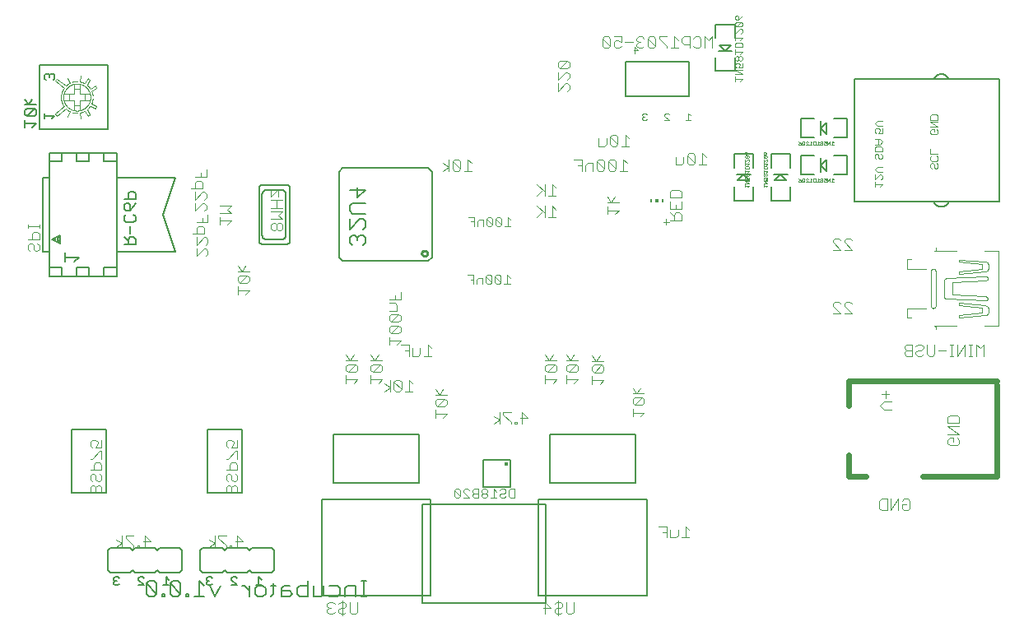
<source format=gbo>
G75*
%MOIN*%
%OFA0B0*%
%FSLAX25Y25*%
%IPPOS*%
%LPD*%
%AMOC8*
5,1,8,0,0,1.08239X$1,22.5*
%
%ADD10C,0.00600*%
%ADD11C,0.00400*%
%ADD12C,0.00300*%
%ADD13C,0.00800*%
%ADD14C,0.01000*%
%ADD15C,0.00500*%
%ADD16R,0.00591X0.01181*%
%ADD17R,0.01181X0.01181*%
%ADD18C,0.00100*%
%ADD19C,0.00200*%
%ADD20R,0.01000X0.02000*%
%ADD21R,0.00500X0.01500*%
%ADD22R,0.01000X0.01000*%
%ADD23C,0.01575*%
%ADD24C,0.02400*%
D10*
X0036750Y0020596D02*
X0037750Y0019596D01*
X0045750Y0019596D01*
X0046750Y0020596D01*
X0047750Y0019596D01*
X0055750Y0019596D01*
X0056750Y0020596D01*
X0057750Y0019596D01*
X0065750Y0019596D01*
X0066750Y0020596D01*
X0066750Y0028596D01*
X0065750Y0029596D01*
X0057750Y0029596D01*
X0056750Y0028596D01*
X0055750Y0029596D01*
X0047750Y0029596D01*
X0046750Y0028596D01*
X0045750Y0029596D01*
X0037750Y0029596D01*
X0036750Y0028596D01*
X0036750Y0020596D01*
X0052314Y0015234D02*
X0056584Y0010963D01*
X0055517Y0009896D01*
X0053382Y0009896D01*
X0052314Y0010963D01*
X0052314Y0015234D01*
X0053382Y0016301D01*
X0055517Y0016301D01*
X0056584Y0015234D01*
X0056584Y0010963D01*
X0058739Y0010963D02*
X0058739Y0009896D01*
X0059807Y0009896D01*
X0059807Y0010963D01*
X0058739Y0010963D01*
X0061982Y0010963D02*
X0063050Y0009896D01*
X0065185Y0009896D01*
X0066253Y0010963D01*
X0061982Y0015234D01*
X0061982Y0010963D01*
X0066253Y0010963D02*
X0066253Y0015234D01*
X0065185Y0016301D01*
X0063050Y0016301D01*
X0061982Y0015234D01*
X0068408Y0010963D02*
X0068408Y0009896D01*
X0069475Y0009896D01*
X0069475Y0010963D01*
X0068408Y0010963D01*
X0071650Y0009896D02*
X0075921Y0009896D01*
X0073786Y0009896D02*
X0073786Y0016301D01*
X0075921Y0014166D01*
X0078096Y0014166D02*
X0080231Y0009896D01*
X0082366Y0014166D01*
X0083250Y0019596D02*
X0084250Y0020596D01*
X0085250Y0019596D01*
X0093250Y0019596D01*
X0094250Y0020596D01*
X0095250Y0019596D01*
X0103250Y0019596D01*
X0104250Y0020596D01*
X0104250Y0028596D01*
X0103250Y0029596D01*
X0095250Y0029596D01*
X0094250Y0028596D01*
X0093250Y0029596D01*
X0085250Y0029596D01*
X0084250Y0028596D01*
X0083250Y0029596D01*
X0075250Y0029596D01*
X0074250Y0028596D01*
X0074250Y0020596D01*
X0075250Y0019596D01*
X0083250Y0019596D01*
X0090980Y0014166D02*
X0092048Y0014166D01*
X0094183Y0012031D01*
X0094183Y0009896D02*
X0094183Y0014166D01*
X0096358Y0013099D02*
X0097426Y0014166D01*
X0099561Y0014166D01*
X0100629Y0013099D01*
X0100629Y0010963D01*
X0099561Y0009896D01*
X0097426Y0009896D01*
X0096358Y0010963D01*
X0096358Y0013099D01*
X0102790Y0014166D02*
X0104926Y0014166D01*
X0103858Y0015234D02*
X0103858Y0010963D01*
X0102790Y0009896D01*
X0107101Y0009896D02*
X0107101Y0013099D01*
X0108168Y0014166D01*
X0110303Y0014166D01*
X0110303Y0012031D02*
X0107101Y0012031D01*
X0107101Y0009896D02*
X0110303Y0009896D01*
X0111371Y0010963D01*
X0110303Y0012031D01*
X0113546Y0010963D02*
X0113546Y0013099D01*
X0114614Y0014166D01*
X0117817Y0014166D01*
X0117817Y0016301D02*
X0117817Y0009896D01*
X0114614Y0009896D01*
X0113546Y0010963D01*
X0119992Y0009896D02*
X0119992Y0014166D01*
X0124262Y0014166D02*
X0124262Y0010963D01*
X0123194Y0009896D01*
X0119992Y0009896D01*
X0126437Y0009896D02*
X0129640Y0009896D01*
X0130708Y0010963D01*
X0130708Y0013099D01*
X0129640Y0014166D01*
X0126437Y0014166D01*
X0132883Y0013099D02*
X0132883Y0009896D01*
X0132883Y0013099D02*
X0133950Y0014166D01*
X0137153Y0014166D01*
X0137153Y0009896D01*
X0139315Y0009896D02*
X0141450Y0009896D01*
X0140382Y0009896D02*
X0140382Y0016301D01*
X0139315Y0016301D02*
X0141450Y0016301D01*
X0040550Y0139596D02*
X0035250Y0139596D01*
X0029250Y0139596D01*
X0024250Y0139596D01*
X0018250Y0139596D01*
X0013050Y0139596D01*
X0013050Y0143096D01*
X0013050Y0149596D01*
X0013050Y0179596D01*
X0013050Y0186096D01*
X0013050Y0189496D01*
X0018250Y0189496D01*
X0024250Y0189496D01*
X0029250Y0189496D01*
X0035250Y0189496D01*
X0040550Y0189496D01*
X0040550Y0186096D01*
X0040550Y0179596D01*
X0040550Y0149596D01*
X0040550Y0143096D01*
X0040550Y0139596D01*
X0040550Y0143096D02*
X0035250Y0143096D01*
X0035250Y0139596D01*
X0029250Y0139596D02*
X0029250Y0143096D01*
X0024250Y0143096D01*
X0024250Y0139596D01*
X0023153Y0145396D02*
X0024955Y0147197D01*
X0019550Y0147197D01*
X0019550Y0145396D02*
X0019550Y0148999D01*
X0017550Y0152896D02*
X0014250Y0154596D01*
X0015250Y0154596D01*
X0014250Y0154596D02*
X0017550Y0156296D01*
X0017550Y0152896D01*
X0013050Y0149596D02*
X0010350Y0149596D01*
X0010350Y0179596D01*
X0013050Y0179596D01*
X0013050Y0186096D02*
X0018250Y0186096D01*
X0018250Y0189496D01*
X0024250Y0189496D02*
X0024250Y0186096D01*
X0029250Y0186096D01*
X0029250Y0189496D01*
X0035250Y0189496D02*
X0035250Y0186096D01*
X0040550Y0186096D01*
X0040550Y0179596D02*
X0064250Y0179596D01*
X0059250Y0164596D01*
X0064250Y0149596D01*
X0040550Y0149596D01*
X0018250Y0143096D02*
X0018250Y0139596D01*
X0018250Y0143096D02*
X0013050Y0143096D01*
X0009132Y0199104D02*
X0036652Y0199104D01*
X0036652Y0225088D01*
X0009132Y0225088D01*
X0009132Y0199104D01*
X0134682Y0174568D02*
X0141087Y0174568D01*
X0137885Y0171365D01*
X0137885Y0175636D01*
X0135750Y0169190D02*
X0141087Y0169190D01*
X0141087Y0164920D02*
X0135750Y0164920D01*
X0134682Y0165987D01*
X0134682Y0168123D01*
X0135750Y0169190D01*
X0134682Y0162745D02*
X0134682Y0158474D01*
X0138952Y0162745D01*
X0140020Y0162745D01*
X0141087Y0161677D01*
X0141087Y0159542D01*
X0140020Y0158474D01*
X0140020Y0156299D02*
X0138952Y0156299D01*
X0137885Y0155232D01*
X0136817Y0156299D01*
X0135750Y0156299D01*
X0134682Y0155232D01*
X0134682Y0153096D01*
X0135750Y0152029D01*
X0137885Y0154164D02*
X0137885Y0155232D01*
X0140020Y0156299D02*
X0141087Y0155232D01*
X0141087Y0153096D01*
X0140020Y0152029D01*
D11*
X0155304Y0133306D02*
X0155304Y0130236D01*
X0150700Y0130236D01*
X0150700Y0128702D02*
X0153002Y0128702D01*
X0153769Y0127935D01*
X0153769Y0125633D01*
X0150700Y0125633D01*
X0151467Y0124098D02*
X0150700Y0123331D01*
X0150700Y0121796D01*
X0151467Y0121029D01*
X0154537Y0124098D01*
X0151467Y0124098D01*
X0151467Y0121029D02*
X0154537Y0121029D01*
X0155304Y0121796D01*
X0155304Y0123331D01*
X0154537Y0124098D01*
X0154537Y0119494D02*
X0151467Y0119494D01*
X0150700Y0118727D01*
X0150700Y0117192D01*
X0151467Y0116425D01*
X0154537Y0119494D01*
X0155304Y0118727D01*
X0155304Y0117192D01*
X0154537Y0116425D01*
X0151467Y0116425D01*
X0150700Y0114890D02*
X0150700Y0111821D01*
X0150700Y0113355D02*
X0155304Y0113355D01*
X0153769Y0111821D01*
X0155585Y0111900D02*
X0158654Y0111900D01*
X0158654Y0107296D01*
X0160189Y0107296D02*
X0160189Y0110365D01*
X0158654Y0109598D02*
X0157119Y0109598D01*
X0160189Y0107296D02*
X0162491Y0107296D01*
X0163258Y0108063D01*
X0163258Y0110365D01*
X0164793Y0107296D02*
X0167862Y0107296D01*
X0166327Y0107296D02*
X0166327Y0111900D01*
X0167862Y0110365D01*
X0158710Y0097575D02*
X0158710Y0092971D01*
X0160244Y0092971D02*
X0157175Y0092971D01*
X0155641Y0093738D02*
X0155641Y0096807D01*
X0154873Y0097575D01*
X0153339Y0097575D01*
X0152571Y0096807D01*
X0155641Y0093738D01*
X0154873Y0092971D01*
X0153339Y0092971D01*
X0152571Y0093738D01*
X0152571Y0096807D01*
X0151037Y0097575D02*
X0151037Y0092971D01*
X0151037Y0094505D02*
X0148735Y0096040D01*
X0147829Y0097805D02*
X0143225Y0097805D01*
X0143225Y0096271D02*
X0143225Y0099340D01*
X0143992Y0100875D02*
X0147062Y0103944D01*
X0143992Y0103944D01*
X0143225Y0103177D01*
X0143225Y0101642D01*
X0143992Y0100875D01*
X0147062Y0100875D01*
X0147829Y0101642D01*
X0147829Y0103177D01*
X0147062Y0103944D01*
X0147829Y0105479D02*
X0143225Y0105479D01*
X0144760Y0105479D02*
X0146294Y0107781D01*
X0144760Y0105479D02*
X0143225Y0107781D01*
X0137829Y0105479D02*
X0133225Y0105479D01*
X0134760Y0105479D02*
X0136294Y0107781D01*
X0134760Y0105479D02*
X0133225Y0107781D01*
X0133992Y0103944D02*
X0133225Y0103177D01*
X0133225Y0101642D01*
X0133992Y0100875D01*
X0137062Y0103944D01*
X0133992Y0103944D01*
X0137062Y0103944D02*
X0137829Y0103177D01*
X0137829Y0101642D01*
X0137062Y0100875D01*
X0133992Y0100875D01*
X0133225Y0099340D02*
X0133225Y0096271D01*
X0133225Y0097805D02*
X0137829Y0097805D01*
X0136294Y0096271D01*
X0146294Y0096271D02*
X0147829Y0097805D01*
X0151037Y0094505D02*
X0148735Y0092971D01*
X0158710Y0097575D02*
X0160244Y0096040D01*
X0169450Y0093806D02*
X0170985Y0091504D01*
X0172519Y0093806D01*
X0174054Y0091504D02*
X0169450Y0091504D01*
X0170217Y0089969D02*
X0169450Y0089202D01*
X0169450Y0087667D01*
X0170217Y0086900D01*
X0173287Y0089969D01*
X0170217Y0089969D01*
X0173287Y0089969D02*
X0174054Y0089202D01*
X0174054Y0087667D01*
X0173287Y0086900D01*
X0170217Y0086900D01*
X0169450Y0085365D02*
X0169450Y0082296D01*
X0169450Y0083830D02*
X0174054Y0083830D01*
X0172519Y0082296D01*
X0193085Y0082865D02*
X0195387Y0081330D01*
X0193085Y0079796D01*
X0195387Y0079796D02*
X0195387Y0084400D01*
X0196921Y0084400D02*
X0196921Y0083632D01*
X0199991Y0080563D01*
X0199991Y0079796D01*
X0201525Y0079796D02*
X0202293Y0079796D01*
X0202293Y0080563D01*
X0201525Y0080563D01*
X0201525Y0079796D01*
X0204594Y0079796D02*
X0204594Y0084400D01*
X0206896Y0082098D01*
X0203827Y0082098D01*
X0199991Y0084400D02*
X0196921Y0084400D01*
X0213900Y0096271D02*
X0213900Y0099340D01*
X0213900Y0097805D02*
X0218504Y0097805D01*
X0216969Y0096271D01*
X0217737Y0100875D02*
X0214667Y0100875D01*
X0217737Y0103944D01*
X0214667Y0103944D01*
X0213900Y0103177D01*
X0213900Y0101642D01*
X0214667Y0100875D01*
X0217737Y0100875D02*
X0218504Y0101642D01*
X0218504Y0103177D01*
X0217737Y0103944D01*
X0218504Y0105479D02*
X0213900Y0105479D01*
X0215435Y0105479D02*
X0216969Y0107781D01*
X0215435Y0105479D02*
X0213900Y0107781D01*
X0222550Y0107781D02*
X0224085Y0105479D01*
X0225619Y0107781D01*
X0227154Y0105479D02*
X0222550Y0105479D01*
X0223317Y0103944D02*
X0222550Y0103177D01*
X0222550Y0101642D01*
X0223317Y0100875D01*
X0226387Y0103944D01*
X0223317Y0103944D01*
X0226387Y0103944D02*
X0227154Y0103177D01*
X0227154Y0101642D01*
X0226387Y0100875D01*
X0223317Y0100875D01*
X0222550Y0099340D02*
X0222550Y0096271D01*
X0222550Y0097805D02*
X0227154Y0097805D01*
X0225619Y0096271D01*
X0232900Y0095971D02*
X0232900Y0099040D01*
X0232900Y0097505D02*
X0237504Y0097505D01*
X0235969Y0095971D01*
X0236737Y0100575D02*
X0237504Y0101342D01*
X0237504Y0102877D01*
X0236737Y0103644D01*
X0233667Y0100575D01*
X0232900Y0101342D01*
X0232900Y0102877D01*
X0233667Y0103644D01*
X0236737Y0103644D01*
X0237504Y0105179D02*
X0232900Y0105179D01*
X0234435Y0105179D02*
X0232900Y0107481D01*
X0234435Y0105179D02*
X0235969Y0107481D01*
X0236737Y0100575D02*
X0233667Y0100575D01*
X0249300Y0094281D02*
X0250835Y0091979D01*
X0252369Y0094281D01*
X0253904Y0091979D02*
X0249300Y0091979D01*
X0250067Y0090444D02*
X0249300Y0089677D01*
X0249300Y0088142D01*
X0250067Y0087375D01*
X0253137Y0090444D01*
X0250067Y0090444D01*
X0250067Y0087375D02*
X0253137Y0087375D01*
X0253904Y0088142D01*
X0253904Y0089677D01*
X0253137Y0090444D01*
X0249300Y0085840D02*
X0249300Y0082771D01*
X0249300Y0084305D02*
X0253904Y0084305D01*
X0252369Y0082771D01*
X0259948Y0038250D02*
X0263017Y0038250D01*
X0263017Y0033646D01*
X0264552Y0033646D02*
X0264552Y0036715D01*
X0263017Y0035948D02*
X0261483Y0035948D01*
X0264552Y0033646D02*
X0266854Y0033646D01*
X0267621Y0034413D01*
X0267621Y0036715D01*
X0270690Y0038250D02*
X0270690Y0033646D01*
X0269156Y0033646D02*
X0272225Y0033646D01*
X0272225Y0036715D02*
X0270690Y0038250D01*
X0225362Y0007471D02*
X0225362Y0003634D01*
X0224594Y0002867D01*
X0223060Y0002867D01*
X0222293Y0003634D01*
X0222293Y0007471D01*
X0220758Y0006703D02*
X0219991Y0007471D01*
X0218456Y0007471D01*
X0217689Y0006703D01*
X0218456Y0005169D02*
X0219991Y0005169D01*
X0220758Y0005936D01*
X0220758Y0006703D01*
X0219223Y0008238D02*
X0219223Y0002099D01*
X0218456Y0002867D02*
X0217689Y0003634D01*
X0217689Y0004401D01*
X0218456Y0005169D01*
X0216154Y0005169D02*
X0213852Y0007471D01*
X0213852Y0002867D01*
X0213085Y0005169D02*
X0216154Y0005169D01*
X0218456Y0002867D02*
X0219991Y0002867D01*
X0220758Y0003634D01*
X0137862Y0003634D02*
X0137094Y0002867D01*
X0135560Y0002867D01*
X0134793Y0003634D01*
X0134793Y0007471D01*
X0133258Y0006703D02*
X0132491Y0007471D01*
X0130956Y0007471D01*
X0130189Y0006703D01*
X0128654Y0006703D02*
X0127887Y0007471D01*
X0126352Y0007471D01*
X0125585Y0006703D01*
X0125585Y0005936D01*
X0126352Y0005169D01*
X0125585Y0004401D01*
X0125585Y0003634D01*
X0126352Y0002867D01*
X0127887Y0002867D01*
X0128654Y0003634D01*
X0130189Y0003634D02*
X0130189Y0004401D01*
X0130956Y0005169D01*
X0132491Y0005169D01*
X0133258Y0005936D01*
X0133258Y0006703D01*
X0131723Y0008238D02*
X0131723Y0002099D01*
X0130956Y0002867D02*
X0130189Y0003634D01*
X0130956Y0002867D02*
X0132491Y0002867D01*
X0133258Y0003634D01*
X0137862Y0003634D02*
X0137862Y0007471D01*
X0127119Y0005169D02*
X0126352Y0005169D01*
X0089248Y0029796D02*
X0089248Y0034400D01*
X0091550Y0032098D01*
X0088481Y0032098D01*
X0086946Y0030563D02*
X0086179Y0030563D01*
X0086179Y0029796D01*
X0086946Y0029796D01*
X0086946Y0030563D01*
X0084644Y0030563D02*
X0084644Y0029796D01*
X0084644Y0030563D02*
X0081575Y0033632D01*
X0081575Y0034400D01*
X0084644Y0034400D01*
X0080040Y0034400D02*
X0080040Y0029796D01*
X0080040Y0031330D02*
X0077738Y0029796D01*
X0080040Y0031330D02*
X0077738Y0032865D01*
X0054050Y0032098D02*
X0050981Y0032098D01*
X0049446Y0030563D02*
X0048679Y0030563D01*
X0048679Y0029796D01*
X0049446Y0029796D01*
X0049446Y0030563D01*
X0047144Y0030563D02*
X0047144Y0029796D01*
X0047144Y0030563D02*
X0044075Y0033632D01*
X0044075Y0034400D01*
X0047144Y0034400D01*
X0042540Y0034400D02*
X0042540Y0029796D01*
X0042540Y0031330D02*
X0040238Y0032865D01*
X0042540Y0031330D02*
X0040238Y0029796D01*
X0051748Y0029796D02*
X0051748Y0034400D01*
X0054050Y0032098D01*
X0034254Y0051776D02*
X0029650Y0051776D01*
X0029650Y0054078D01*
X0030417Y0054845D01*
X0031185Y0054845D01*
X0031952Y0054078D01*
X0031952Y0051776D01*
X0034254Y0051776D02*
X0034254Y0054078D01*
X0033487Y0054845D01*
X0032719Y0054845D01*
X0031952Y0054078D01*
X0032719Y0056380D02*
X0031952Y0057147D01*
X0031952Y0058682D01*
X0031185Y0059449D01*
X0030417Y0059449D01*
X0029650Y0058682D01*
X0029650Y0057147D01*
X0030417Y0056380D01*
X0032719Y0056380D02*
X0033487Y0056380D01*
X0034254Y0057147D01*
X0034254Y0058682D01*
X0033487Y0059449D01*
X0034254Y0060984D02*
X0034254Y0063286D01*
X0033487Y0064053D01*
X0031952Y0064053D01*
X0031185Y0063286D01*
X0031185Y0060984D01*
X0029650Y0060984D02*
X0034254Y0060984D01*
X0034254Y0065588D02*
X0034254Y0068657D01*
X0033487Y0068657D01*
X0030417Y0065588D01*
X0029650Y0065588D01*
X0030417Y0070192D02*
X0029650Y0070959D01*
X0029650Y0072494D01*
X0030417Y0073261D01*
X0031952Y0073261D01*
X0032719Y0072494D01*
X0032719Y0071726D01*
X0031952Y0070192D01*
X0034254Y0070192D01*
X0034254Y0073261D01*
X0084650Y0072494D02*
X0084650Y0070959D01*
X0085417Y0070192D01*
X0086952Y0070192D02*
X0087719Y0071726D01*
X0087719Y0072494D01*
X0086952Y0073261D01*
X0085417Y0073261D01*
X0084650Y0072494D01*
X0086952Y0070192D02*
X0089254Y0070192D01*
X0089254Y0073261D01*
X0089254Y0068657D02*
X0088487Y0068657D01*
X0085417Y0065588D01*
X0084650Y0065588D01*
X0086952Y0064053D02*
X0086185Y0063286D01*
X0086185Y0060984D01*
X0086185Y0059449D02*
X0085417Y0059449D01*
X0084650Y0058682D01*
X0084650Y0057147D01*
X0085417Y0056380D01*
X0085417Y0054845D02*
X0084650Y0054078D01*
X0084650Y0051776D01*
X0089254Y0051776D01*
X0089254Y0054078D01*
X0088487Y0054845D01*
X0087719Y0054845D01*
X0086952Y0054078D01*
X0086952Y0051776D01*
X0086952Y0054078D02*
X0086185Y0054845D01*
X0085417Y0054845D01*
X0087719Y0056380D02*
X0086952Y0057147D01*
X0086952Y0058682D01*
X0086185Y0059449D01*
X0084650Y0060984D02*
X0089254Y0060984D01*
X0089254Y0063286D01*
X0088487Y0064053D01*
X0086952Y0064053D01*
X0089254Y0065588D02*
X0089254Y0068657D01*
X0088487Y0059449D02*
X0089254Y0058682D01*
X0089254Y0057147D01*
X0088487Y0056380D01*
X0087719Y0056380D01*
X0153002Y0130236D02*
X0153002Y0131771D01*
X0107469Y0158827D02*
X0107469Y0160361D01*
X0106701Y0161129D01*
X0105934Y0161129D01*
X0105167Y0160361D01*
X0105167Y0158827D01*
X0105934Y0158060D01*
X0106701Y0158060D01*
X0107469Y0158827D01*
X0105167Y0158827D02*
X0104399Y0158060D01*
X0103632Y0158060D01*
X0102865Y0158827D01*
X0102865Y0160361D01*
X0103632Y0161129D01*
X0104399Y0161129D01*
X0105167Y0160361D01*
X0107469Y0162663D02*
X0105934Y0164198D01*
X0107469Y0165733D01*
X0102865Y0165733D01*
X0102865Y0167267D02*
X0107469Y0167267D01*
X0105167Y0167267D02*
X0105167Y0170337D01*
X0105934Y0171871D02*
X0105934Y0174941D01*
X0102865Y0171871D01*
X0102865Y0174941D01*
X0102865Y0170337D02*
X0107469Y0170337D01*
X0107469Y0162663D02*
X0102865Y0162663D01*
X0086809Y0161992D02*
X0082205Y0161992D01*
X0082205Y0160458D02*
X0082205Y0163527D01*
X0082205Y0165062D02*
X0086809Y0165062D01*
X0085275Y0166596D01*
X0086809Y0168131D01*
X0082205Y0168131D01*
X0076686Y0168285D02*
X0076686Y0166751D01*
X0075919Y0165984D01*
X0077277Y0164539D02*
X0077277Y0161470D01*
X0072673Y0161470D01*
X0073441Y0159935D02*
X0072673Y0159168D01*
X0072673Y0156866D01*
X0071139Y0156866D02*
X0075743Y0156866D01*
X0075743Y0159168D01*
X0074975Y0159935D01*
X0073441Y0159935D01*
X0074975Y0161470D02*
X0074975Y0163004D01*
X0072082Y0165984D02*
X0075152Y0169053D01*
X0075919Y0169053D01*
X0076686Y0168285D01*
X0075919Y0170587D02*
X0076686Y0171355D01*
X0076686Y0172889D01*
X0075919Y0173657D01*
X0075152Y0173657D01*
X0072082Y0170587D01*
X0072082Y0173657D01*
X0072082Y0175191D02*
X0072082Y0177493D01*
X0072850Y0178261D01*
X0074384Y0178261D01*
X0075152Y0177493D01*
X0075152Y0175191D01*
X0070548Y0175191D01*
X0072082Y0179795D02*
X0076686Y0179795D01*
X0076686Y0182865D01*
X0074384Y0181330D02*
X0074384Y0179795D01*
X0072082Y0169053D02*
X0072082Y0165984D01*
X0072673Y0155331D02*
X0072673Y0152262D01*
X0075743Y0155331D01*
X0076510Y0155331D01*
X0077277Y0154564D01*
X0077277Y0153029D01*
X0076510Y0152262D01*
X0076510Y0150727D02*
X0077277Y0149960D01*
X0077277Y0148425D01*
X0076510Y0147658D01*
X0076510Y0150727D02*
X0075743Y0150727D01*
X0072673Y0147658D01*
X0072673Y0150727D01*
X0085275Y0160458D02*
X0086809Y0161992D01*
X0089450Y0143806D02*
X0090985Y0141504D01*
X0092519Y0143806D01*
X0094054Y0141504D02*
X0089450Y0141504D01*
X0090217Y0139969D02*
X0089450Y0139202D01*
X0089450Y0137667D01*
X0090217Y0136900D01*
X0093287Y0139969D01*
X0090217Y0139969D01*
X0090217Y0136900D02*
X0093287Y0136900D01*
X0094054Y0137667D01*
X0094054Y0139202D01*
X0093287Y0139969D01*
X0089450Y0135365D02*
X0089450Y0132296D01*
X0089450Y0133830D02*
X0094054Y0133830D01*
X0092519Y0132296D01*
X0009054Y0150563D02*
X0008287Y0149796D01*
X0007519Y0149796D01*
X0006752Y0150563D01*
X0006752Y0152098D01*
X0005985Y0152865D01*
X0005217Y0152865D01*
X0004450Y0152098D01*
X0004450Y0150563D01*
X0005217Y0149796D01*
X0009054Y0150563D02*
X0009054Y0152098D01*
X0008287Y0152865D01*
X0009054Y0154400D02*
X0004450Y0154400D01*
X0005985Y0154400D02*
X0005985Y0156702D01*
X0006752Y0157469D01*
X0008287Y0157469D01*
X0009054Y0156702D01*
X0009054Y0154400D01*
X0009054Y0159004D02*
X0009054Y0160538D01*
X0009054Y0159771D02*
X0004450Y0159771D01*
X0004450Y0159004D02*
X0004450Y0160538D01*
X0172540Y0182296D02*
X0174842Y0183830D01*
X0172540Y0185365D01*
X0174842Y0186900D02*
X0174842Y0182296D01*
X0176377Y0183063D02*
X0177144Y0182296D01*
X0178679Y0182296D01*
X0179446Y0183063D01*
X0176377Y0186132D01*
X0176377Y0183063D01*
X0179446Y0183063D02*
X0179446Y0186132D01*
X0178679Y0186900D01*
X0177144Y0186900D01*
X0176377Y0186132D01*
X0180981Y0182296D02*
X0184050Y0182296D01*
X0182515Y0182296D02*
X0182515Y0186900D01*
X0184050Y0185365D01*
X0210585Y0176900D02*
X0213654Y0173830D01*
X0212887Y0174598D02*
X0210585Y0172296D01*
X0213654Y0172296D02*
X0213654Y0176900D01*
X0216723Y0176900D02*
X0216723Y0172296D01*
X0215189Y0172296D02*
X0218258Y0172296D01*
X0218258Y0175365D02*
X0216723Y0176900D01*
X0227119Y0184598D02*
X0228654Y0184598D01*
X0230189Y0184598D02*
X0230189Y0182296D01*
X0228654Y0182296D02*
X0228654Y0186900D01*
X0225585Y0186900D01*
X0230189Y0184598D02*
X0230956Y0185365D01*
X0233258Y0185365D01*
X0233258Y0182296D01*
X0234793Y0183063D02*
X0235560Y0182296D01*
X0237095Y0182296D01*
X0237862Y0183063D01*
X0234793Y0186132D01*
X0234793Y0183063D01*
X0237862Y0183063D02*
X0237862Y0186132D01*
X0237095Y0186900D01*
X0235560Y0186900D01*
X0234793Y0186132D01*
X0239396Y0186132D02*
X0239396Y0183063D01*
X0240164Y0182296D01*
X0241698Y0182296D01*
X0242466Y0183063D01*
X0239396Y0186132D01*
X0240164Y0186900D01*
X0241698Y0186900D01*
X0242466Y0186132D01*
X0242466Y0183063D01*
X0244000Y0182296D02*
X0247070Y0182296D01*
X0245535Y0182296D02*
X0245535Y0186900D01*
X0247070Y0185365D01*
X0246327Y0192296D02*
X0246327Y0196900D01*
X0247862Y0195365D01*
X0247862Y0192296D02*
X0244793Y0192296D01*
X0243258Y0193063D02*
X0240189Y0196132D01*
X0240189Y0193063D01*
X0240956Y0192296D01*
X0242491Y0192296D01*
X0243258Y0193063D01*
X0243258Y0196132D01*
X0242491Y0196900D01*
X0240956Y0196900D01*
X0240189Y0196132D01*
X0238654Y0195365D02*
X0238654Y0193063D01*
X0237887Y0192296D01*
X0235585Y0192296D01*
X0235585Y0195365D01*
X0253163Y0203263D02*
X0253630Y0202796D01*
X0254564Y0202796D01*
X0255031Y0203263D01*
X0254097Y0204197D02*
X0253630Y0204197D01*
X0253163Y0203730D01*
X0253163Y0203263D01*
X0253630Y0204197D02*
X0253163Y0204664D01*
X0253163Y0205131D01*
X0253630Y0205598D01*
X0254564Y0205598D01*
X0255031Y0205131D01*
X0262263Y0205094D02*
X0262263Y0204627D01*
X0264131Y0202759D01*
X0262263Y0202759D01*
X0262263Y0205094D02*
X0262730Y0205561D01*
X0263664Y0205561D01*
X0264131Y0205094D01*
X0270775Y0202796D02*
X0272643Y0202796D01*
X0271709Y0202796D02*
X0271709Y0205598D01*
X0272643Y0204664D01*
X0272144Y0189400D02*
X0271377Y0188632D01*
X0274446Y0185563D01*
X0273679Y0184796D01*
X0272144Y0184796D01*
X0271377Y0185563D01*
X0271377Y0188632D01*
X0272144Y0189400D02*
X0273679Y0189400D01*
X0274446Y0188632D01*
X0274446Y0185563D01*
X0275981Y0184796D02*
X0279050Y0184796D01*
X0277515Y0184796D02*
X0277515Y0189400D01*
X0279050Y0187865D01*
X0269842Y0187865D02*
X0269842Y0185563D01*
X0269075Y0184796D01*
X0266773Y0184796D01*
X0266773Y0187865D01*
X0268287Y0174573D02*
X0265217Y0174573D01*
X0264450Y0173806D01*
X0264450Y0171504D01*
X0269054Y0171504D01*
X0269054Y0173806D01*
X0268287Y0174573D01*
X0269054Y0169969D02*
X0269054Y0166900D01*
X0264450Y0166900D01*
X0264450Y0169969D01*
X0266752Y0168434D02*
X0266752Y0166900D01*
X0266752Y0165365D02*
X0265985Y0164598D01*
X0265985Y0162296D01*
X0265985Y0163830D02*
X0264450Y0165365D01*
X0266752Y0165365D02*
X0268287Y0165365D01*
X0269054Y0164598D01*
X0269054Y0162296D01*
X0264450Y0162296D01*
X0243661Y0166308D02*
X0242127Y0164774D01*
X0243661Y0166308D02*
X0239057Y0166308D01*
X0239057Y0164774D02*
X0239057Y0167843D01*
X0239057Y0169378D02*
X0243661Y0169378D01*
X0242127Y0171680D02*
X0240592Y0169378D01*
X0239057Y0171680D01*
X0218258Y0166515D02*
X0216723Y0168050D01*
X0216723Y0163446D01*
X0215189Y0163446D02*
X0218258Y0163446D01*
X0213654Y0163446D02*
X0213654Y0168050D01*
X0212887Y0165748D02*
X0210585Y0163446D01*
X0213654Y0164980D02*
X0210585Y0168050D01*
X0219072Y0214616D02*
X0222141Y0217685D01*
X0222909Y0217685D01*
X0223676Y0216918D01*
X0223676Y0215383D01*
X0222909Y0214616D01*
X0219072Y0214616D02*
X0219072Y0217685D01*
X0219072Y0219220D02*
X0222141Y0222289D01*
X0222909Y0222289D01*
X0223676Y0221522D01*
X0223676Y0219987D01*
X0222909Y0219220D01*
X0219072Y0219220D02*
X0219072Y0222289D01*
X0219839Y0223824D02*
X0222909Y0226893D01*
X0219839Y0226893D01*
X0219072Y0226126D01*
X0219072Y0224591D01*
X0219839Y0223824D01*
X0222909Y0223824D01*
X0223676Y0224591D01*
X0223676Y0226126D01*
X0222909Y0226893D01*
X0237045Y0232863D02*
X0237813Y0232096D01*
X0239347Y0232096D01*
X0240115Y0232863D01*
X0237045Y0235932D01*
X0237045Y0232863D01*
X0237045Y0235932D02*
X0237813Y0236700D01*
X0239347Y0236700D01*
X0240115Y0235932D01*
X0240115Y0232863D01*
X0241649Y0232863D02*
X0242417Y0232096D01*
X0243951Y0232096D01*
X0244719Y0232863D01*
X0244719Y0234398D02*
X0243184Y0235165D01*
X0242417Y0235165D01*
X0241649Y0234398D01*
X0241649Y0232863D01*
X0244719Y0234398D02*
X0244719Y0236700D01*
X0241649Y0236700D01*
X0246253Y0234398D02*
X0249323Y0234398D01*
X0250857Y0235165D02*
X0250857Y0235932D01*
X0251624Y0236700D01*
X0253159Y0236700D01*
X0253926Y0235932D01*
X0255461Y0235932D02*
X0258530Y0232863D01*
X0257763Y0232096D01*
X0256228Y0232096D01*
X0255461Y0232863D01*
X0255461Y0235932D01*
X0256228Y0236700D01*
X0257763Y0236700D01*
X0258530Y0235932D01*
X0258530Y0232863D01*
X0260065Y0235932D02*
X0263134Y0232863D01*
X0263134Y0232096D01*
X0264669Y0232096D02*
X0267738Y0232096D01*
X0266204Y0232096D02*
X0266204Y0236700D01*
X0267738Y0235165D01*
X0269273Y0234398D02*
X0270040Y0233630D01*
X0272342Y0233630D01*
X0272342Y0232096D02*
X0272342Y0236700D01*
X0270040Y0236700D01*
X0269273Y0235932D01*
X0269273Y0234398D01*
X0263134Y0236700D02*
X0260065Y0236700D01*
X0260065Y0235932D01*
X0253926Y0232863D02*
X0253159Y0232096D01*
X0251624Y0232096D01*
X0250857Y0232863D01*
X0250857Y0233630D01*
X0251624Y0234398D01*
X0252392Y0234398D01*
X0251624Y0234398D02*
X0250857Y0235165D01*
X0250149Y0232598D02*
X0251550Y0231197D01*
X0249682Y0231197D01*
X0250149Y0229796D02*
X0250149Y0232598D01*
X0273877Y0232863D02*
X0274644Y0232096D01*
X0276179Y0232096D01*
X0276946Y0232863D01*
X0276946Y0235932D01*
X0276179Y0236700D01*
X0274644Y0236700D01*
X0273877Y0235932D01*
X0278481Y0236700D02*
X0280015Y0235165D01*
X0281550Y0236700D01*
X0281550Y0232096D01*
X0278481Y0232096D02*
X0278481Y0236700D01*
X0331208Y0154911D02*
X0332743Y0154911D01*
X0333510Y0154144D01*
X0335045Y0154144D02*
X0335812Y0154911D01*
X0337346Y0154911D01*
X0338114Y0154144D01*
X0335045Y0154144D02*
X0335045Y0153376D01*
X0338114Y0150307D01*
X0335045Y0150307D01*
X0333510Y0150307D02*
X0330441Y0153376D01*
X0330441Y0154144D01*
X0331208Y0154911D01*
X0330441Y0150307D02*
X0333510Y0150307D01*
X0332654Y0129080D02*
X0333421Y0128312D01*
X0332654Y0129080D02*
X0331119Y0129080D01*
X0330352Y0128312D01*
X0330352Y0127545D01*
X0333421Y0124476D01*
X0330352Y0124476D01*
X0334956Y0124476D02*
X0338025Y0124476D01*
X0334956Y0127545D01*
X0334956Y0128312D01*
X0335723Y0129080D01*
X0337258Y0129080D01*
X0338025Y0128312D01*
X0360557Y0126625D02*
X0360557Y0122742D01*
X0360761Y0122742D02*
X0362192Y0122742D01*
X0360761Y0126625D02*
X0368119Y0126625D01*
X0370163Y0127443D02*
X0370163Y0141749D01*
X0370163Y0141750D02*
X0370165Y0141805D01*
X0370171Y0141861D01*
X0370180Y0141916D01*
X0370193Y0141970D01*
X0370210Y0142023D01*
X0370231Y0142075D01*
X0370255Y0142126D01*
X0370282Y0142174D01*
X0370312Y0142221D01*
X0370346Y0142266D01*
X0370383Y0142308D01*
X0370422Y0142347D01*
X0370464Y0142384D01*
X0370509Y0142418D01*
X0370556Y0142448D01*
X0370604Y0142475D01*
X0370655Y0142499D01*
X0370707Y0142520D01*
X0370760Y0142537D01*
X0370814Y0142550D01*
X0370869Y0142559D01*
X0370925Y0142565D01*
X0370980Y0142567D01*
X0370981Y0142567D01*
X0370980Y0142567D02*
X0371042Y0142565D01*
X0371104Y0142560D01*
X0371165Y0142550D01*
X0371225Y0142537D01*
X0371284Y0142521D01*
X0371343Y0142501D01*
X0371400Y0142477D01*
X0371455Y0142450D01*
X0371509Y0142420D01*
X0371561Y0142386D01*
X0371610Y0142349D01*
X0371658Y0142310D01*
X0371703Y0142268D01*
X0371745Y0142223D01*
X0371784Y0142175D01*
X0371821Y0142126D01*
X0371855Y0142074D01*
X0371885Y0142020D01*
X0371912Y0141965D01*
X0371936Y0141908D01*
X0371956Y0141849D01*
X0371972Y0141790D01*
X0371985Y0141730D01*
X0371995Y0141669D01*
X0372000Y0141607D01*
X0372002Y0141545D01*
X0372002Y0127647D01*
X0372003Y0127648D02*
X0372001Y0127586D01*
X0371995Y0127525D01*
X0371986Y0127464D01*
X0371973Y0127403D01*
X0371956Y0127344D01*
X0371936Y0127286D01*
X0371913Y0127229D01*
X0371886Y0127173D01*
X0371855Y0127119D01*
X0371822Y0127068D01*
X0371785Y0127018D01*
X0371746Y0126971D01*
X0371703Y0126926D01*
X0371658Y0126883D01*
X0371611Y0126844D01*
X0371561Y0126807D01*
X0371510Y0126774D01*
X0371456Y0126743D01*
X0371400Y0126716D01*
X0371343Y0126693D01*
X0371285Y0126673D01*
X0371226Y0126656D01*
X0371165Y0126643D01*
X0371104Y0126634D01*
X0371043Y0126628D01*
X0370981Y0126626D01*
X0370980Y0126626D02*
X0370925Y0126628D01*
X0370869Y0126634D01*
X0370814Y0126643D01*
X0370760Y0126656D01*
X0370707Y0126673D01*
X0370655Y0126694D01*
X0370604Y0126718D01*
X0370556Y0126745D01*
X0370509Y0126775D01*
X0370464Y0126809D01*
X0370422Y0126846D01*
X0370383Y0126885D01*
X0370346Y0126927D01*
X0370312Y0126972D01*
X0370282Y0127019D01*
X0370255Y0127067D01*
X0370231Y0127118D01*
X0370210Y0127170D01*
X0370193Y0127223D01*
X0370180Y0127277D01*
X0370171Y0127332D01*
X0370165Y0127388D01*
X0370163Y0127443D01*
X0375477Y0131327D02*
X0375477Y0137866D01*
X0375476Y0137866D02*
X0375481Y0137923D01*
X0375490Y0137980D01*
X0375503Y0138036D01*
X0375519Y0138091D01*
X0375539Y0138145D01*
X0375562Y0138198D01*
X0375589Y0138249D01*
X0375619Y0138298D01*
X0375653Y0138345D01*
X0375689Y0138389D01*
X0375728Y0138431D01*
X0375771Y0138471D01*
X0375815Y0138507D01*
X0375862Y0138540D01*
X0375911Y0138571D01*
X0375962Y0138598D01*
X0376014Y0138621D01*
X0376068Y0138641D01*
X0376123Y0138657D01*
X0376180Y0138670D01*
X0376236Y0138679D01*
X0376294Y0138684D01*
X0392236Y0139501D01*
X0392292Y0139499D01*
X0392347Y0139493D01*
X0392402Y0139484D01*
X0392456Y0139471D01*
X0392510Y0139454D01*
X0392561Y0139433D01*
X0392612Y0139409D01*
X0392661Y0139382D01*
X0392707Y0139351D01*
X0392752Y0139318D01*
X0392794Y0139281D01*
X0392833Y0139242D01*
X0392870Y0139200D01*
X0392903Y0139155D01*
X0392934Y0139109D01*
X0392961Y0139060D01*
X0392985Y0139009D01*
X0393006Y0138958D01*
X0393023Y0138904D01*
X0393036Y0138850D01*
X0393045Y0138795D01*
X0393051Y0138740D01*
X0393053Y0138684D01*
X0393054Y0138684D02*
X0393054Y0138683D01*
X0393053Y0138683D02*
X0393051Y0138627D01*
X0393045Y0138572D01*
X0393036Y0138517D01*
X0393023Y0138463D01*
X0393006Y0138409D01*
X0392985Y0138358D01*
X0392961Y0138307D01*
X0392934Y0138258D01*
X0392903Y0138212D01*
X0392870Y0138167D01*
X0392833Y0138125D01*
X0392794Y0138086D01*
X0392752Y0138049D01*
X0392707Y0138016D01*
X0392661Y0137985D01*
X0392612Y0137958D01*
X0392561Y0137934D01*
X0392510Y0137913D01*
X0392456Y0137896D01*
X0392402Y0137883D01*
X0392347Y0137874D01*
X0392292Y0137868D01*
X0392236Y0137866D01*
X0378747Y0137049D01*
X0378747Y0132144D01*
X0392236Y0131327D01*
X0392236Y0131326D02*
X0392292Y0131324D01*
X0392347Y0131318D01*
X0392402Y0131309D01*
X0392456Y0131296D01*
X0392510Y0131279D01*
X0392561Y0131258D01*
X0392612Y0131234D01*
X0392661Y0131207D01*
X0392707Y0131176D01*
X0392752Y0131143D01*
X0392794Y0131106D01*
X0392833Y0131067D01*
X0392870Y0131025D01*
X0392903Y0130980D01*
X0392934Y0130934D01*
X0392961Y0130885D01*
X0392985Y0130834D01*
X0393006Y0130783D01*
X0393023Y0130729D01*
X0393036Y0130675D01*
X0393045Y0130620D01*
X0393051Y0130565D01*
X0393053Y0130509D01*
X0393051Y0130453D01*
X0393045Y0130398D01*
X0393036Y0130343D01*
X0393023Y0130289D01*
X0393006Y0130235D01*
X0392985Y0130184D01*
X0392961Y0130133D01*
X0392934Y0130084D01*
X0392903Y0130038D01*
X0392870Y0129993D01*
X0392833Y0129951D01*
X0392794Y0129912D01*
X0392752Y0129875D01*
X0392707Y0129842D01*
X0392661Y0129811D01*
X0392612Y0129784D01*
X0392561Y0129760D01*
X0392510Y0129739D01*
X0392456Y0129722D01*
X0392402Y0129709D01*
X0392347Y0129700D01*
X0392292Y0129694D01*
X0392236Y0129692D01*
X0392236Y0129691D02*
X0376294Y0130509D01*
X0376237Y0130514D01*
X0376180Y0130523D01*
X0376124Y0130536D01*
X0376069Y0130552D01*
X0376015Y0130572D01*
X0375963Y0130596D01*
X0375912Y0130622D01*
X0375863Y0130653D01*
X0375816Y0130686D01*
X0375771Y0130722D01*
X0375729Y0130762D01*
X0375690Y0130804D01*
X0375654Y0130848D01*
X0375620Y0130895D01*
X0375590Y0130944D01*
X0375563Y0130995D01*
X0375540Y0131047D01*
X0375520Y0131101D01*
X0375504Y0131157D01*
X0375491Y0131213D01*
X0375482Y0131270D01*
X0375477Y0131327D01*
X0381404Y0128669D02*
X0381404Y0127852D01*
X0390806Y0126830D01*
X0390806Y0124786D01*
X0381404Y0123764D01*
X0381404Y0122947D01*
X0392236Y0123764D01*
X0392302Y0123771D01*
X0392367Y0123782D01*
X0392432Y0123796D01*
X0392495Y0123814D01*
X0392558Y0123836D01*
X0392619Y0123861D01*
X0392679Y0123889D01*
X0392737Y0123921D01*
X0392793Y0123957D01*
X0392847Y0123995D01*
X0392898Y0124036D01*
X0392947Y0124080D01*
X0392994Y0124127D01*
X0393038Y0124177D01*
X0393079Y0124229D01*
X0393117Y0124283D01*
X0393152Y0124339D01*
X0393183Y0124397D01*
X0393211Y0124457D01*
X0393236Y0124519D01*
X0393257Y0124581D01*
X0393257Y0126830D02*
X0393236Y0126892D01*
X0393211Y0126954D01*
X0393183Y0127014D01*
X0393152Y0127072D01*
X0393117Y0127128D01*
X0393079Y0127182D01*
X0393038Y0127234D01*
X0392994Y0127284D01*
X0392947Y0127331D01*
X0392898Y0127375D01*
X0392847Y0127416D01*
X0392793Y0127454D01*
X0392737Y0127490D01*
X0392679Y0127522D01*
X0392619Y0127550D01*
X0392558Y0127575D01*
X0392495Y0127597D01*
X0392432Y0127615D01*
X0392367Y0127629D01*
X0392302Y0127640D01*
X0392236Y0127647D01*
X0381404Y0128669D01*
X0393257Y0126830D02*
X0393291Y0126715D01*
X0393321Y0126598D01*
X0393347Y0126481D01*
X0393369Y0126363D01*
X0393388Y0126245D01*
X0393403Y0126125D01*
X0393414Y0126006D01*
X0393422Y0125886D01*
X0393426Y0125766D01*
X0393426Y0125646D01*
X0393422Y0125526D01*
X0393414Y0125406D01*
X0393403Y0125287D01*
X0393388Y0125167D01*
X0393369Y0125049D01*
X0393347Y0124931D01*
X0393321Y0124814D01*
X0393291Y0124697D01*
X0393257Y0124582D01*
X0391630Y0119472D02*
X0397550Y0119472D01*
X0397550Y0149720D01*
X0391631Y0149720D01*
X0392236Y0145428D02*
X0381404Y0146246D01*
X0381404Y0145428D01*
X0390806Y0144406D01*
X0390806Y0142362D01*
X0381404Y0141341D01*
X0381404Y0140523D01*
X0392236Y0141545D01*
X0392302Y0141552D01*
X0392367Y0141563D01*
X0392432Y0141577D01*
X0392495Y0141595D01*
X0392558Y0141617D01*
X0392619Y0141642D01*
X0392679Y0141670D01*
X0392737Y0141702D01*
X0392793Y0141738D01*
X0392847Y0141776D01*
X0392898Y0141817D01*
X0392947Y0141861D01*
X0392994Y0141908D01*
X0393038Y0141958D01*
X0393079Y0142010D01*
X0393117Y0142064D01*
X0393152Y0142120D01*
X0393183Y0142178D01*
X0393211Y0142238D01*
X0393236Y0142300D01*
X0393257Y0142362D01*
X0393257Y0144611D02*
X0393236Y0144673D01*
X0393211Y0144735D01*
X0393183Y0144795D01*
X0393152Y0144853D01*
X0393117Y0144909D01*
X0393079Y0144963D01*
X0393038Y0145015D01*
X0392994Y0145065D01*
X0392947Y0145112D01*
X0392898Y0145156D01*
X0392847Y0145197D01*
X0392793Y0145235D01*
X0392737Y0145271D01*
X0392679Y0145303D01*
X0392619Y0145331D01*
X0392558Y0145356D01*
X0392495Y0145378D01*
X0392432Y0145396D01*
X0392367Y0145410D01*
X0392302Y0145421D01*
X0392236Y0145428D01*
X0393257Y0144611D02*
X0393291Y0144496D01*
X0393321Y0144379D01*
X0393347Y0144262D01*
X0393369Y0144144D01*
X0393388Y0144026D01*
X0393403Y0143906D01*
X0393414Y0143787D01*
X0393422Y0143667D01*
X0393426Y0143547D01*
X0393426Y0143427D01*
X0393422Y0143307D01*
X0393414Y0143187D01*
X0393403Y0143068D01*
X0393388Y0142948D01*
X0393369Y0142830D01*
X0393347Y0142712D01*
X0393321Y0142595D01*
X0393291Y0142478D01*
X0393257Y0142363D01*
X0380480Y0149720D02*
X0371389Y0149720D01*
X0371389Y0149721D02*
X0371445Y0149723D01*
X0371500Y0149729D01*
X0371555Y0149738D01*
X0371609Y0149751D01*
X0371663Y0149768D01*
X0371714Y0149789D01*
X0371765Y0149813D01*
X0371814Y0149840D01*
X0371860Y0149871D01*
X0371905Y0149904D01*
X0371947Y0149941D01*
X0371986Y0149980D01*
X0372023Y0150022D01*
X0372056Y0150067D01*
X0372087Y0150113D01*
X0372114Y0150162D01*
X0372138Y0150213D01*
X0372159Y0150264D01*
X0372176Y0150318D01*
X0372189Y0150372D01*
X0372198Y0150427D01*
X0372204Y0150482D01*
X0372206Y0150538D01*
X0372207Y0150538D02*
X0372207Y0151151D01*
X0368119Y0142567D02*
X0360761Y0142567D01*
X0360556Y0142567D02*
X0360556Y0146450D01*
X0360761Y0146450D02*
X0362192Y0146450D01*
X0371389Y0119472D02*
X0380481Y0119472D01*
X0372207Y0118655D02*
X0372207Y0118041D01*
X0372206Y0118655D02*
X0372204Y0118711D01*
X0372198Y0118766D01*
X0372189Y0118821D01*
X0372176Y0118875D01*
X0372159Y0118929D01*
X0372138Y0118980D01*
X0372114Y0119031D01*
X0372087Y0119080D01*
X0372056Y0119126D01*
X0372023Y0119171D01*
X0371986Y0119213D01*
X0371947Y0119252D01*
X0371905Y0119289D01*
X0371860Y0119322D01*
X0371814Y0119353D01*
X0371765Y0119380D01*
X0371714Y0119404D01*
X0371663Y0119425D01*
X0371609Y0119442D01*
X0371555Y0119455D01*
X0371500Y0119464D01*
X0371445Y0119470D01*
X0371389Y0119472D01*
X0371600Y0111900D02*
X0371600Y0108063D01*
X0370832Y0107296D01*
X0369298Y0107296D01*
X0368530Y0108063D01*
X0368530Y0111900D01*
X0366996Y0111132D02*
X0366996Y0110365D01*
X0366228Y0109598D01*
X0364694Y0109598D01*
X0363926Y0108830D01*
X0363926Y0108063D01*
X0364694Y0107296D01*
X0366228Y0107296D01*
X0366996Y0108063D01*
X0366996Y0111132D02*
X0366228Y0111900D01*
X0364694Y0111900D01*
X0363926Y0111132D01*
X0362392Y0111900D02*
X0362392Y0107296D01*
X0360090Y0107296D01*
X0359323Y0108063D01*
X0359323Y0108830D01*
X0360090Y0109598D01*
X0362392Y0109598D01*
X0362392Y0111900D02*
X0360090Y0111900D01*
X0359323Y0111132D01*
X0359323Y0110365D01*
X0360090Y0109598D01*
X0373134Y0109598D02*
X0376204Y0109598D01*
X0377738Y0111900D02*
X0379273Y0111900D01*
X0378506Y0111900D02*
X0378506Y0107296D01*
X0379273Y0107296D02*
X0377738Y0107296D01*
X0380808Y0107296D02*
X0380808Y0111900D01*
X0383877Y0111900D02*
X0380808Y0107296D01*
X0383877Y0107296D02*
X0383877Y0111900D01*
X0385411Y0111900D02*
X0386946Y0111900D01*
X0386179Y0111900D02*
X0386179Y0107296D01*
X0386946Y0107296D02*
X0385411Y0107296D01*
X0388481Y0107296D02*
X0388481Y0111900D01*
X0390015Y0110365D01*
X0391550Y0111900D01*
X0391550Y0107296D01*
X0397550Y0119472D02*
X0397550Y0119472D01*
X0353287Y0091726D02*
X0350217Y0091726D01*
X0351752Y0090192D02*
X0351752Y0093261D01*
X0350985Y0088657D02*
X0349450Y0087123D01*
X0350985Y0085588D01*
X0354054Y0085588D01*
X0354054Y0088657D02*
X0350985Y0088657D01*
X0376950Y0082494D02*
X0376950Y0080192D01*
X0381554Y0080192D01*
X0381554Y0082494D01*
X0380787Y0083261D01*
X0377717Y0083261D01*
X0376950Y0082494D01*
X0376950Y0078657D02*
X0381554Y0078657D01*
X0381554Y0075588D02*
X0376950Y0078657D01*
X0376950Y0075588D02*
X0381554Y0075588D01*
X0380787Y0074053D02*
X0381554Y0073286D01*
X0381554Y0071751D01*
X0380787Y0070984D01*
X0377717Y0070984D01*
X0376950Y0071751D01*
X0376950Y0073286D01*
X0377717Y0074053D01*
X0379252Y0074053D01*
X0379252Y0072519D01*
X0360783Y0049400D02*
X0361550Y0048632D01*
X0361550Y0045563D01*
X0360783Y0044796D01*
X0359248Y0044796D01*
X0358481Y0045563D01*
X0358481Y0047098D01*
X0360015Y0047098D01*
X0358481Y0048632D02*
X0359248Y0049400D01*
X0360783Y0049400D01*
X0356946Y0049400D02*
X0353877Y0044796D01*
X0353877Y0049400D01*
X0352342Y0049400D02*
X0350040Y0049400D01*
X0349273Y0048632D01*
X0349273Y0045563D01*
X0350040Y0044796D01*
X0352342Y0044796D01*
X0352342Y0049400D01*
X0356946Y0049400D02*
X0356946Y0044796D01*
D12*
X0201600Y0049746D02*
X0199748Y0049746D01*
X0199131Y0050363D01*
X0199131Y0052832D01*
X0199748Y0053449D01*
X0201600Y0053449D01*
X0201600Y0049746D01*
X0197917Y0050363D02*
X0197300Y0049746D01*
X0196065Y0049746D01*
X0195448Y0050363D01*
X0195448Y0050980D01*
X0196065Y0051597D01*
X0197300Y0051597D01*
X0197917Y0052215D01*
X0197917Y0052832D01*
X0197300Y0053449D01*
X0196065Y0053449D01*
X0195448Y0052832D01*
X0194234Y0052215D02*
X0192999Y0053449D01*
X0192999Y0049746D01*
X0191765Y0049746D02*
X0194234Y0049746D01*
X0190551Y0050363D02*
X0190551Y0050980D01*
X0189933Y0051597D01*
X0188699Y0051597D01*
X0188082Y0050980D01*
X0188082Y0050363D01*
X0188699Y0049746D01*
X0189933Y0049746D01*
X0190551Y0050363D01*
X0189933Y0051597D02*
X0190551Y0052215D01*
X0190551Y0052832D01*
X0189933Y0053449D01*
X0188699Y0053449D01*
X0188082Y0052832D01*
X0188082Y0052215D01*
X0188699Y0051597D01*
X0186867Y0051597D02*
X0185016Y0051597D01*
X0184399Y0050980D01*
X0184399Y0050363D01*
X0185016Y0049746D01*
X0186867Y0049746D01*
X0186867Y0053449D01*
X0185016Y0053449D01*
X0184399Y0052832D01*
X0184399Y0052215D01*
X0185016Y0051597D01*
X0183184Y0052832D02*
X0182567Y0053449D01*
X0181333Y0053449D01*
X0180716Y0052832D01*
X0180716Y0052215D01*
X0183184Y0049746D01*
X0180716Y0049746D01*
X0179501Y0050363D02*
X0177032Y0052832D01*
X0177032Y0050363D01*
X0177650Y0049746D01*
X0178884Y0049746D01*
X0179501Y0050363D01*
X0179501Y0052832D01*
X0178884Y0053449D01*
X0177650Y0053449D01*
X0177032Y0052832D01*
X0184904Y0136387D02*
X0184904Y0140091D01*
X0182435Y0140091D01*
X0183670Y0138239D02*
X0184904Y0138239D01*
X0186118Y0138239D02*
X0186118Y0136387D01*
X0186118Y0138239D02*
X0186736Y0138856D01*
X0188587Y0138856D01*
X0188587Y0136387D01*
X0189802Y0137005D02*
X0189802Y0139473D01*
X0192270Y0137005D01*
X0191653Y0136387D01*
X0190419Y0136387D01*
X0189802Y0137005D01*
X0192270Y0137005D02*
X0192270Y0139473D01*
X0191653Y0140091D01*
X0190419Y0140091D01*
X0189802Y0139473D01*
X0193485Y0139473D02*
X0195953Y0137005D01*
X0195336Y0136387D01*
X0194102Y0136387D01*
X0193485Y0137005D01*
X0193485Y0139473D01*
X0194102Y0140091D01*
X0195336Y0140091D01*
X0195953Y0139473D01*
X0195953Y0137005D01*
X0197168Y0136387D02*
X0199637Y0136387D01*
X0198402Y0136387D02*
X0198402Y0140091D01*
X0199637Y0138856D01*
X0199864Y0159853D02*
X0197396Y0159853D01*
X0198630Y0159853D02*
X0198630Y0163556D01*
X0199864Y0162322D01*
X0196181Y0162939D02*
X0195564Y0163556D01*
X0194330Y0163556D01*
X0193713Y0162939D01*
X0196181Y0160470D01*
X0195564Y0159853D01*
X0194330Y0159853D01*
X0193713Y0160470D01*
X0193713Y0162939D01*
X0192498Y0162939D02*
X0192498Y0160470D01*
X0190029Y0162939D01*
X0190029Y0160470D01*
X0190647Y0159853D01*
X0191881Y0159853D01*
X0192498Y0160470D01*
X0192498Y0162939D02*
X0191881Y0163556D01*
X0190647Y0163556D01*
X0190029Y0162939D01*
X0188815Y0162322D02*
X0186963Y0162322D01*
X0186346Y0161705D01*
X0186346Y0159853D01*
X0185132Y0159853D02*
X0185132Y0163556D01*
X0182663Y0163556D01*
X0183897Y0161705D02*
X0185132Y0161705D01*
X0188815Y0162322D02*
X0188815Y0159853D01*
X0196181Y0160470D02*
X0196181Y0162939D01*
X0261631Y0161597D02*
X0264100Y0161597D01*
X0262866Y0162832D02*
X0262866Y0160363D01*
D13*
X0290313Y0170147D02*
X0290313Y0175659D01*
X0291888Y0178415D02*
X0294250Y0180777D01*
X0296612Y0178415D01*
X0291888Y0178415D01*
X0291494Y0180777D02*
X0294250Y0180777D01*
X0297006Y0180777D01*
X0298187Y0183533D02*
X0298187Y0189045D01*
X0290313Y0189045D01*
X0290313Y0183533D01*
X0298187Y0175659D02*
X0298187Y0170147D01*
X0290313Y0170147D01*
X0305313Y0170147D02*
X0305313Y0175659D01*
X0306888Y0178415D02*
X0309250Y0180777D01*
X0311612Y0178415D01*
X0306888Y0178415D01*
X0306494Y0180777D02*
X0309250Y0180777D01*
X0312006Y0180777D01*
X0313187Y0183533D02*
X0313187Y0189045D01*
X0305313Y0189045D01*
X0305313Y0183533D01*
X0313187Y0175659D02*
X0313187Y0170147D01*
X0305313Y0170147D01*
X0317301Y0180659D02*
X0322813Y0180659D01*
X0325569Y0181840D02*
X0325569Y0184596D01*
X0327931Y0182234D01*
X0327931Y0186958D01*
X0325569Y0184596D01*
X0325569Y0187352D01*
X0322813Y0188533D02*
X0317301Y0188533D01*
X0317301Y0180659D01*
X0330687Y0180659D02*
X0336199Y0180659D01*
X0336199Y0188533D01*
X0330687Y0188533D01*
X0330687Y0195659D02*
X0336199Y0195659D01*
X0336199Y0203533D01*
X0330687Y0203533D01*
X0327931Y0201958D02*
X0327931Y0197234D01*
X0325569Y0199596D01*
X0327931Y0201958D01*
X0325569Y0202352D02*
X0325569Y0199596D01*
X0325569Y0196840D01*
X0322813Y0195659D02*
X0317301Y0195659D01*
X0317301Y0203533D01*
X0322813Y0203533D01*
X0339033Y0219497D02*
X0371297Y0219497D01*
X0377203Y0219497D01*
X0397675Y0219497D01*
X0397675Y0169694D01*
X0377203Y0169694D01*
X0339033Y0169694D01*
X0339033Y0219497D01*
X0371297Y0219497D02*
X0371342Y0219600D01*
X0371391Y0219701D01*
X0371443Y0219801D01*
X0371498Y0219898D01*
X0371557Y0219994D01*
X0371619Y0220088D01*
X0371685Y0220179D01*
X0371754Y0220268D01*
X0371825Y0220354D01*
X0371900Y0220438D01*
X0371978Y0220519D01*
X0372058Y0220598D01*
X0372141Y0220673D01*
X0372227Y0220746D01*
X0372315Y0220815D01*
X0372406Y0220882D01*
X0372499Y0220945D01*
X0372594Y0221005D01*
X0372691Y0221061D01*
X0372790Y0221114D01*
X0372891Y0221164D01*
X0372993Y0221210D01*
X0373097Y0221252D01*
X0373203Y0221291D01*
X0373309Y0221326D01*
X0373417Y0221357D01*
X0373526Y0221384D01*
X0373636Y0221408D01*
X0373747Y0221427D01*
X0373858Y0221443D01*
X0373970Y0221455D01*
X0374082Y0221463D01*
X0374194Y0221467D01*
X0374306Y0221467D01*
X0374418Y0221463D01*
X0374530Y0221455D01*
X0374642Y0221443D01*
X0374753Y0221427D01*
X0374864Y0221408D01*
X0374974Y0221384D01*
X0375083Y0221357D01*
X0375191Y0221326D01*
X0375297Y0221291D01*
X0375403Y0221252D01*
X0375507Y0221210D01*
X0375609Y0221164D01*
X0375710Y0221114D01*
X0375809Y0221061D01*
X0375906Y0221005D01*
X0376001Y0220945D01*
X0376094Y0220882D01*
X0376185Y0220815D01*
X0376273Y0220746D01*
X0376359Y0220673D01*
X0376442Y0220598D01*
X0376522Y0220519D01*
X0376600Y0220438D01*
X0376675Y0220354D01*
X0376746Y0220268D01*
X0376815Y0220179D01*
X0376881Y0220088D01*
X0376943Y0219994D01*
X0377002Y0219898D01*
X0377057Y0219801D01*
X0377109Y0219701D01*
X0377158Y0219600D01*
X0377203Y0219497D01*
X0377203Y0169694D02*
X0377158Y0169591D01*
X0377109Y0169490D01*
X0377057Y0169390D01*
X0377002Y0169293D01*
X0376943Y0169197D01*
X0376881Y0169103D01*
X0376815Y0169012D01*
X0376746Y0168923D01*
X0376675Y0168837D01*
X0376600Y0168753D01*
X0376522Y0168672D01*
X0376442Y0168593D01*
X0376359Y0168518D01*
X0376273Y0168445D01*
X0376185Y0168376D01*
X0376094Y0168309D01*
X0376001Y0168246D01*
X0375906Y0168186D01*
X0375809Y0168130D01*
X0375710Y0168077D01*
X0375609Y0168027D01*
X0375507Y0167981D01*
X0375403Y0167939D01*
X0375297Y0167900D01*
X0375191Y0167865D01*
X0375083Y0167834D01*
X0374974Y0167807D01*
X0374864Y0167783D01*
X0374753Y0167764D01*
X0374642Y0167748D01*
X0374530Y0167736D01*
X0374418Y0167728D01*
X0374306Y0167724D01*
X0374194Y0167724D01*
X0374082Y0167728D01*
X0373970Y0167736D01*
X0373858Y0167748D01*
X0373747Y0167764D01*
X0373636Y0167783D01*
X0373526Y0167807D01*
X0373417Y0167834D01*
X0373309Y0167865D01*
X0373203Y0167900D01*
X0373097Y0167939D01*
X0372993Y0167981D01*
X0372891Y0168027D01*
X0372790Y0168077D01*
X0372691Y0168130D01*
X0372594Y0168186D01*
X0372499Y0168246D01*
X0372406Y0168309D01*
X0372315Y0168376D01*
X0372227Y0168445D01*
X0372141Y0168518D01*
X0372058Y0168593D01*
X0371978Y0168672D01*
X0371900Y0168753D01*
X0371825Y0168837D01*
X0371754Y0168923D01*
X0371685Y0169012D01*
X0371619Y0169103D01*
X0371557Y0169197D01*
X0371498Y0169293D01*
X0371443Y0169390D01*
X0371391Y0169490D01*
X0371342Y0169591D01*
X0371297Y0169694D01*
X0290687Y0222647D02*
X0290687Y0228159D01*
X0289506Y0230915D02*
X0286750Y0230915D01*
X0289112Y0233277D01*
X0284388Y0233277D01*
X0286750Y0230915D01*
X0283994Y0230915D01*
X0282813Y0228159D02*
X0282813Y0222647D01*
X0290687Y0222647D01*
X0290687Y0236033D02*
X0290687Y0241545D01*
X0282813Y0241545D01*
X0282813Y0236033D01*
X0272150Y0226596D02*
X0246350Y0226596D01*
X0246350Y0212596D01*
X0272150Y0212596D01*
X0272150Y0226596D01*
X0168148Y0181919D02*
X0166573Y0183493D01*
X0131927Y0183493D01*
X0130352Y0181919D01*
X0130352Y0147273D01*
X0131927Y0145698D01*
X0166573Y0145698D01*
X0168148Y0147273D01*
X0168148Y0181919D01*
X0091250Y0077497D02*
X0077250Y0077497D01*
X0077250Y0051694D01*
X0091250Y0051694D01*
X0091250Y0077497D01*
X0036250Y0077497D02*
X0036250Y0051694D01*
X0022250Y0051694D01*
X0022250Y0077497D01*
X0036250Y0077497D01*
X0188738Y0065108D02*
X0188738Y0054084D01*
X0199762Y0054084D01*
X0199762Y0065108D01*
X0188738Y0065108D01*
D14*
X0163885Y0148848D02*
X0163887Y0148915D01*
X0163893Y0148981D01*
X0163903Y0149047D01*
X0163917Y0149112D01*
X0163934Y0149176D01*
X0163956Y0149239D01*
X0163981Y0149301D01*
X0164010Y0149361D01*
X0164043Y0149419D01*
X0164078Y0149475D01*
X0164118Y0149529D01*
X0164160Y0149580D01*
X0164205Y0149629D01*
X0164253Y0149675D01*
X0164304Y0149718D01*
X0164357Y0149758D01*
X0164413Y0149795D01*
X0164471Y0149828D01*
X0164530Y0149858D01*
X0164591Y0149884D01*
X0164654Y0149907D01*
X0164718Y0149925D01*
X0164783Y0149940D01*
X0164849Y0149951D01*
X0164915Y0149958D01*
X0164981Y0149961D01*
X0165048Y0149960D01*
X0165114Y0149955D01*
X0165180Y0149946D01*
X0165246Y0149933D01*
X0165310Y0149916D01*
X0165373Y0149896D01*
X0165435Y0149871D01*
X0165496Y0149843D01*
X0165555Y0149812D01*
X0165611Y0149777D01*
X0165666Y0149739D01*
X0165718Y0149697D01*
X0165767Y0149652D01*
X0165814Y0149605D01*
X0165858Y0149555D01*
X0165898Y0149502D01*
X0165936Y0149447D01*
X0165970Y0149390D01*
X0166001Y0149331D01*
X0166028Y0149270D01*
X0166051Y0149208D01*
X0166071Y0149144D01*
X0166087Y0149079D01*
X0166099Y0149014D01*
X0166107Y0148948D01*
X0166111Y0148881D01*
X0166111Y0148815D01*
X0166107Y0148748D01*
X0166099Y0148682D01*
X0166087Y0148617D01*
X0166071Y0148552D01*
X0166051Y0148488D01*
X0166028Y0148426D01*
X0166001Y0148365D01*
X0165970Y0148306D01*
X0165936Y0148249D01*
X0165898Y0148194D01*
X0165858Y0148141D01*
X0165814Y0148091D01*
X0165767Y0148044D01*
X0165718Y0147999D01*
X0165666Y0147957D01*
X0165611Y0147919D01*
X0165554Y0147884D01*
X0165496Y0147853D01*
X0165435Y0147825D01*
X0165373Y0147800D01*
X0165310Y0147780D01*
X0165246Y0147763D01*
X0165180Y0147750D01*
X0165114Y0147741D01*
X0165048Y0147736D01*
X0164981Y0147735D01*
X0164915Y0147738D01*
X0164849Y0147745D01*
X0164783Y0147756D01*
X0164718Y0147771D01*
X0164654Y0147789D01*
X0164591Y0147812D01*
X0164530Y0147838D01*
X0164471Y0147868D01*
X0164413Y0147901D01*
X0164357Y0147938D01*
X0164304Y0147978D01*
X0164253Y0148021D01*
X0164205Y0148067D01*
X0164160Y0148116D01*
X0164118Y0148167D01*
X0164078Y0148221D01*
X0164043Y0148277D01*
X0164010Y0148335D01*
X0163981Y0148395D01*
X0163956Y0148457D01*
X0163934Y0148520D01*
X0163917Y0148584D01*
X0163903Y0148649D01*
X0163893Y0148715D01*
X0163887Y0148781D01*
X0163885Y0148848D01*
D15*
X0039231Y0014913D02*
X0039799Y0014346D01*
X0040933Y0014346D01*
X0041500Y0014913D01*
X0040366Y0016047D02*
X0039799Y0016047D01*
X0039231Y0015480D01*
X0039231Y0014913D01*
X0039799Y0016047D02*
X0039231Y0016614D01*
X0039231Y0017182D01*
X0039799Y0017749D01*
X0040933Y0017749D01*
X0041500Y0017182D01*
X0049231Y0017182D02*
X0049231Y0016614D01*
X0051500Y0014346D01*
X0049231Y0014346D01*
X0049231Y0017182D02*
X0049799Y0017749D01*
X0050933Y0017749D01*
X0051500Y0017182D01*
X0059231Y0014346D02*
X0061500Y0014346D01*
X0060366Y0014346D02*
X0060366Y0017749D01*
X0061500Y0016614D01*
X0076731Y0016614D02*
X0077299Y0016047D01*
X0076731Y0015480D01*
X0076731Y0014913D01*
X0077299Y0014346D01*
X0078433Y0014346D01*
X0079000Y0014913D01*
X0077866Y0016047D02*
X0077299Y0016047D01*
X0076731Y0016614D02*
X0076731Y0017182D01*
X0077299Y0017749D01*
X0078433Y0017749D01*
X0079000Y0017182D01*
X0086731Y0017182D02*
X0086731Y0016614D01*
X0089000Y0014346D01*
X0086731Y0014346D01*
X0086731Y0017182D02*
X0087299Y0017749D01*
X0088433Y0017749D01*
X0089000Y0017182D01*
X0096731Y0014346D02*
X0099000Y0014346D01*
X0097866Y0014346D02*
X0097866Y0017749D01*
X0099000Y0016614D01*
X0123502Y0010108D02*
X0123463Y0049005D01*
X0167557Y0049005D01*
X0167596Y0010108D01*
X0123502Y0010108D01*
X0164250Y0007096D02*
X0214250Y0007096D01*
X0214250Y0047096D01*
X0164250Y0047096D01*
X0164250Y0007096D01*
X0211002Y0010108D02*
X0210963Y0049005D01*
X0255057Y0049005D01*
X0255096Y0010108D01*
X0211002Y0010108D01*
X0215687Y0055698D02*
X0215726Y0075541D01*
X0250372Y0075541D01*
X0250333Y0055698D01*
X0215687Y0055698D01*
X0162833Y0055698D02*
X0162872Y0075541D01*
X0128226Y0075541D01*
X0128187Y0055698D01*
X0162833Y0055698D01*
X0109298Y0152598D02*
X0099333Y0152598D01*
X0099263Y0152600D01*
X0099194Y0152606D01*
X0099124Y0152616D01*
X0099056Y0152629D01*
X0098988Y0152647D01*
X0098922Y0152668D01*
X0098857Y0152693D01*
X0098793Y0152721D01*
X0098731Y0152753D01*
X0098671Y0152789D01*
X0098613Y0152828D01*
X0098557Y0152870D01*
X0098503Y0152915D01*
X0098453Y0152963D01*
X0098405Y0153013D01*
X0098360Y0153067D01*
X0098318Y0153123D01*
X0098279Y0153181D01*
X0098243Y0153241D01*
X0098211Y0153303D01*
X0098183Y0153367D01*
X0098158Y0153432D01*
X0098137Y0153498D01*
X0098119Y0153566D01*
X0098106Y0153634D01*
X0098096Y0153704D01*
X0098090Y0153773D01*
X0098088Y0153843D01*
X0098089Y0153843D02*
X0098089Y0175714D01*
X0098091Y0175772D01*
X0098097Y0175829D01*
X0098106Y0175886D01*
X0098119Y0175942D01*
X0098136Y0175997D01*
X0098156Y0176051D01*
X0098180Y0176103D01*
X0098207Y0176154D01*
X0098237Y0176203D01*
X0098271Y0176250D01*
X0098307Y0176294D01*
X0098347Y0176336D01*
X0098389Y0176376D01*
X0098433Y0176412D01*
X0098480Y0176446D01*
X0098529Y0176476D01*
X0098580Y0176503D01*
X0098632Y0176527D01*
X0098686Y0176547D01*
X0098741Y0176564D01*
X0098797Y0176577D01*
X0098854Y0176586D01*
X0098911Y0176592D01*
X0098969Y0176594D01*
X0109298Y0176594D01*
X0109298Y0176593D02*
X0109363Y0176591D01*
X0109427Y0176585D01*
X0109491Y0176576D01*
X0109555Y0176563D01*
X0109617Y0176546D01*
X0109679Y0176526D01*
X0109739Y0176502D01*
X0109798Y0176475D01*
X0109855Y0176444D01*
X0109910Y0176410D01*
X0109963Y0176373D01*
X0110013Y0176333D01*
X0110062Y0176290D01*
X0110108Y0176244D01*
X0110151Y0176195D01*
X0110191Y0176145D01*
X0110228Y0176092D01*
X0110262Y0176037D01*
X0110293Y0175980D01*
X0110320Y0175921D01*
X0110344Y0175861D01*
X0110364Y0175799D01*
X0110381Y0175737D01*
X0110394Y0175673D01*
X0110403Y0175609D01*
X0110409Y0175545D01*
X0110411Y0175480D01*
X0110411Y0153711D01*
X0110409Y0153646D01*
X0110403Y0153582D01*
X0110394Y0153518D01*
X0110381Y0153454D01*
X0110364Y0153392D01*
X0110344Y0153330D01*
X0110320Y0153270D01*
X0110293Y0153211D01*
X0110262Y0153155D01*
X0110228Y0153099D01*
X0110191Y0153046D01*
X0110151Y0152996D01*
X0110108Y0152947D01*
X0110062Y0152901D01*
X0110013Y0152858D01*
X0109963Y0152818D01*
X0109910Y0152781D01*
X0109855Y0152747D01*
X0109798Y0152716D01*
X0109739Y0152689D01*
X0109679Y0152665D01*
X0109617Y0152645D01*
X0109555Y0152628D01*
X0109491Y0152615D01*
X0109427Y0152606D01*
X0109363Y0152600D01*
X0109298Y0152598D01*
X0107262Y0154566D02*
X0101238Y0154566D01*
X0101156Y0154559D01*
X0101074Y0154555D01*
X0100991Y0154556D01*
X0100909Y0154560D01*
X0100827Y0154568D01*
X0100745Y0154580D01*
X0100665Y0154595D01*
X0100584Y0154614D01*
X0100505Y0154637D01*
X0100427Y0154664D01*
X0100351Y0154694D01*
X0100276Y0154728D01*
X0100202Y0154765D01*
X0100130Y0154805D01*
X0100060Y0154849D01*
X0099993Y0154896D01*
X0099927Y0154946D01*
X0099864Y0154999D01*
X0099803Y0155054D01*
X0099745Y0155113D01*
X0099690Y0155174D01*
X0099638Y0155238D01*
X0099589Y0155304D01*
X0099542Y0155372D01*
X0099499Y0155442D01*
X0099460Y0155514D01*
X0099423Y0155588D01*
X0099390Y0155664D01*
X0099361Y0155741D01*
X0099335Y0155819D01*
X0099313Y0155898D01*
X0099295Y0155978D01*
X0099280Y0156059D01*
X0099269Y0156141D01*
X0099270Y0156141D02*
X0099270Y0172657D01*
X0099269Y0172657D02*
X0099271Y0172743D01*
X0099276Y0172829D01*
X0099286Y0172914D01*
X0099299Y0172999D01*
X0099316Y0173083D01*
X0099336Y0173167D01*
X0099360Y0173249D01*
X0099388Y0173330D01*
X0099419Y0173411D01*
X0099453Y0173489D01*
X0099491Y0173566D01*
X0099533Y0173642D01*
X0099577Y0173715D01*
X0099625Y0173786D01*
X0099676Y0173856D01*
X0099730Y0173923D01*
X0099786Y0173987D01*
X0099846Y0174049D01*
X0099908Y0174109D01*
X0099972Y0174165D01*
X0100039Y0174219D01*
X0100109Y0174270D01*
X0100180Y0174318D01*
X0100254Y0174362D01*
X0100329Y0174404D01*
X0100406Y0174442D01*
X0100484Y0174476D01*
X0100565Y0174507D01*
X0100646Y0174535D01*
X0100728Y0174559D01*
X0100812Y0174579D01*
X0100896Y0174596D01*
X0100981Y0174609D01*
X0101066Y0174619D01*
X0101152Y0174624D01*
X0101238Y0174626D01*
X0101238Y0174625D02*
X0107262Y0174625D01*
X0107262Y0174626D02*
X0107339Y0174624D01*
X0107416Y0174618D01*
X0107493Y0174609D01*
X0107569Y0174596D01*
X0107645Y0174579D01*
X0107719Y0174558D01*
X0107793Y0174534D01*
X0107865Y0174506D01*
X0107935Y0174475D01*
X0108004Y0174440D01*
X0108072Y0174402D01*
X0108137Y0174361D01*
X0108200Y0174316D01*
X0108261Y0174268D01*
X0108320Y0174218D01*
X0108376Y0174165D01*
X0108429Y0174109D01*
X0108479Y0174050D01*
X0108527Y0173989D01*
X0108572Y0173926D01*
X0108613Y0173861D01*
X0108651Y0173793D01*
X0108686Y0173724D01*
X0108717Y0173654D01*
X0108745Y0173582D01*
X0108769Y0173508D01*
X0108790Y0173434D01*
X0108807Y0173358D01*
X0108820Y0173282D01*
X0108829Y0173205D01*
X0108835Y0173128D01*
X0108837Y0173051D01*
X0108837Y0156141D01*
X0108835Y0156064D01*
X0108829Y0155987D01*
X0108820Y0155910D01*
X0108807Y0155834D01*
X0108790Y0155758D01*
X0108769Y0155684D01*
X0108745Y0155610D01*
X0108717Y0155538D01*
X0108686Y0155468D01*
X0108651Y0155399D01*
X0108613Y0155331D01*
X0108572Y0155266D01*
X0108527Y0155203D01*
X0108479Y0155142D01*
X0108429Y0155083D01*
X0108376Y0155027D01*
X0108320Y0154974D01*
X0108261Y0154924D01*
X0108200Y0154876D01*
X0108137Y0154831D01*
X0108072Y0154790D01*
X0108004Y0154752D01*
X0107935Y0154717D01*
X0107865Y0154686D01*
X0107793Y0154658D01*
X0107719Y0154634D01*
X0107645Y0154613D01*
X0107569Y0154596D01*
X0107493Y0154583D01*
X0107416Y0154574D01*
X0107339Y0154568D01*
X0107262Y0154566D01*
X0048004Y0154598D02*
X0048004Y0152346D01*
X0043500Y0152346D01*
X0045001Y0152346D02*
X0045001Y0154598D01*
X0045752Y0155348D01*
X0047253Y0155348D01*
X0048004Y0154598D01*
X0045001Y0153847D02*
X0043500Y0155348D01*
X0045752Y0156950D02*
X0045752Y0159952D01*
X0047253Y0161554D02*
X0044251Y0161554D01*
X0043500Y0162304D01*
X0043500Y0163806D01*
X0044251Y0164556D01*
X0044251Y0166158D02*
X0043500Y0166908D01*
X0043500Y0168409D01*
X0044251Y0169160D01*
X0045001Y0169160D01*
X0045752Y0168409D01*
X0045752Y0166158D01*
X0044251Y0166158D01*
X0045752Y0166158D02*
X0047253Y0167659D01*
X0048004Y0169160D01*
X0048004Y0170761D02*
X0048004Y0173013D01*
X0047253Y0173764D01*
X0045752Y0173764D01*
X0045001Y0173013D01*
X0045001Y0170761D01*
X0043500Y0170761D02*
X0048004Y0170761D01*
X0047253Y0164556D02*
X0048004Y0163806D01*
X0048004Y0162304D01*
X0047253Y0161554D01*
X0007754Y0201347D02*
X0003250Y0201347D01*
X0003250Y0199846D02*
X0003250Y0202848D01*
X0004001Y0204450D02*
X0007003Y0207452D01*
X0004001Y0207452D01*
X0003250Y0206702D01*
X0003250Y0205200D01*
X0004001Y0204450D01*
X0007003Y0204450D01*
X0007754Y0205200D01*
X0007754Y0206702D01*
X0007003Y0207452D01*
X0007754Y0209054D02*
X0003250Y0209054D01*
X0004751Y0209054D02*
X0003250Y0211306D01*
X0004751Y0209054D02*
X0006253Y0211306D01*
X0011250Y0205596D02*
X0011250Y0204596D01*
X0011250Y0203596D01*
X0011250Y0204596D02*
X0015250Y0204596D01*
X0014250Y0203596D01*
X0007754Y0201347D02*
X0006253Y0199846D01*
X0011750Y0219096D02*
X0011250Y0219596D01*
X0011250Y0221096D01*
X0011750Y0221596D01*
X0012750Y0221596D01*
X0013250Y0221096D01*
X0013250Y0220096D01*
X0013250Y0221096D02*
X0013750Y0221596D01*
X0014750Y0221596D01*
X0015250Y0221096D01*
X0015250Y0219596D01*
X0014750Y0219096D01*
D16*
X0256888Y0170186D03*
X0261612Y0170186D03*
D17*
X0259250Y0170186D03*
D18*
X0294800Y0175646D02*
X0294800Y0176647D01*
X0294800Y0177119D02*
X0296301Y0177119D01*
X0294800Y0178120D01*
X0296301Y0178120D01*
X0296301Y0178592D02*
X0295551Y0178592D01*
X0295801Y0179093D01*
X0295801Y0179343D01*
X0295551Y0179593D01*
X0295050Y0179593D01*
X0294800Y0179343D01*
X0294800Y0178843D01*
X0295050Y0178592D01*
X0296301Y0178592D02*
X0296301Y0179593D01*
X0296051Y0180066D02*
X0295801Y0180066D01*
X0295551Y0180316D01*
X0295551Y0180816D01*
X0295300Y0181066D01*
X0295050Y0181066D01*
X0294800Y0180816D01*
X0294800Y0180316D01*
X0295050Y0180066D01*
X0295300Y0180066D01*
X0295551Y0180316D01*
X0295551Y0180816D02*
X0295801Y0181066D01*
X0296051Y0181066D01*
X0296301Y0180816D01*
X0296301Y0180316D01*
X0296051Y0180066D01*
X0295801Y0181539D02*
X0296301Y0182039D01*
X0294800Y0182039D01*
X0294800Y0181539D02*
X0294800Y0182540D01*
X0294800Y0183012D02*
X0294800Y0183763D01*
X0295050Y0184013D01*
X0296051Y0184013D01*
X0296301Y0183763D01*
X0296301Y0183012D01*
X0294800Y0183012D01*
X0294800Y0184485D02*
X0294800Y0185486D01*
X0294800Y0185959D02*
X0295801Y0186959D01*
X0296051Y0186959D01*
X0296301Y0186709D01*
X0296301Y0186209D01*
X0296051Y0185959D01*
X0296301Y0184986D02*
X0294800Y0184986D01*
X0294800Y0185959D02*
X0294800Y0186959D01*
X0295050Y0187432D02*
X0296051Y0188433D01*
X0295050Y0188433D01*
X0294800Y0188182D01*
X0294800Y0187682D01*
X0295050Y0187432D01*
X0296051Y0187432D01*
X0296301Y0187682D01*
X0296301Y0188182D01*
X0296051Y0188433D01*
X0295551Y0188905D02*
X0295551Y0189656D01*
X0295300Y0189906D01*
X0295050Y0189906D01*
X0294800Y0189656D01*
X0294800Y0189155D01*
X0295050Y0188905D01*
X0295551Y0188905D01*
X0296051Y0189405D01*
X0296301Y0189906D01*
X0296301Y0184986D02*
X0295801Y0184485D01*
X0302300Y0184485D02*
X0302300Y0185486D01*
X0302300Y0185959D02*
X0303301Y0186959D01*
X0303551Y0186959D01*
X0303801Y0186709D01*
X0303801Y0186209D01*
X0303551Y0185959D01*
X0303801Y0184986D02*
X0302300Y0184986D01*
X0302300Y0185959D02*
X0302300Y0186959D01*
X0302550Y0187432D02*
X0303551Y0188433D01*
X0302550Y0188433D01*
X0302300Y0188182D01*
X0302300Y0187682D01*
X0302550Y0187432D01*
X0303551Y0187432D01*
X0303801Y0187682D01*
X0303801Y0188182D01*
X0303551Y0188433D01*
X0303051Y0188905D02*
X0303051Y0189656D01*
X0302800Y0189906D01*
X0302550Y0189906D01*
X0302300Y0189656D01*
X0302300Y0189155D01*
X0302550Y0188905D01*
X0303051Y0188905D01*
X0303551Y0189405D01*
X0303801Y0189906D01*
X0303801Y0184986D02*
X0303301Y0184485D01*
X0303551Y0184013D02*
X0303801Y0183763D01*
X0303801Y0183012D01*
X0302300Y0183012D01*
X0302300Y0183763D01*
X0302550Y0184013D01*
X0303551Y0184013D01*
X0302300Y0182540D02*
X0302300Y0181539D01*
X0302300Y0182039D02*
X0303801Y0182039D01*
X0303301Y0181539D01*
X0303301Y0181066D02*
X0303051Y0180816D01*
X0303051Y0180316D01*
X0303301Y0180066D01*
X0303551Y0180066D01*
X0303801Y0180316D01*
X0303801Y0180816D01*
X0303551Y0181066D01*
X0303301Y0181066D01*
X0303051Y0180816D02*
X0302800Y0181066D01*
X0302550Y0181066D01*
X0302300Y0180816D01*
X0302300Y0180316D01*
X0302550Y0180066D01*
X0302800Y0180066D01*
X0303051Y0180316D01*
X0303051Y0179593D02*
X0302550Y0179593D01*
X0302300Y0179343D01*
X0302300Y0178843D01*
X0302550Y0178592D01*
X0303051Y0178592D02*
X0303301Y0179093D01*
X0303301Y0179343D01*
X0303051Y0179593D01*
X0303801Y0179593D02*
X0303801Y0178592D01*
X0303051Y0178592D01*
X0303801Y0178120D02*
X0302300Y0178120D01*
X0303801Y0177119D01*
X0302300Y0177119D01*
X0302300Y0176647D02*
X0302300Y0175646D01*
X0302300Y0176146D02*
X0303801Y0176146D01*
X0303301Y0175646D01*
X0296301Y0176146D02*
X0294800Y0176146D01*
X0295801Y0175646D02*
X0296301Y0176146D01*
X0316440Y0177896D02*
X0316440Y0178146D01*
X0316690Y0178396D01*
X0317441Y0178396D01*
X0317441Y0177896D01*
X0317191Y0177646D01*
X0316690Y0177646D01*
X0316440Y0177896D01*
X0316940Y0178897D02*
X0317441Y0178396D01*
X0317913Y0177896D02*
X0318163Y0177646D01*
X0318664Y0177646D01*
X0318914Y0177896D01*
X0317913Y0178897D01*
X0317913Y0177896D01*
X0317913Y0178897D02*
X0318163Y0179147D01*
X0318664Y0179147D01*
X0318914Y0178897D01*
X0318914Y0177896D01*
X0319386Y0177646D02*
X0320387Y0177646D01*
X0319386Y0178647D01*
X0319386Y0178897D01*
X0319637Y0179147D01*
X0320137Y0179147D01*
X0320387Y0178897D01*
X0321360Y0179147D02*
X0321360Y0177646D01*
X0321860Y0177646D02*
X0320860Y0177646D01*
X0321860Y0178647D02*
X0321360Y0179147D01*
X0322333Y0178897D02*
X0322583Y0179147D01*
X0323334Y0179147D01*
X0323334Y0177646D01*
X0322583Y0177646D01*
X0322333Y0177896D01*
X0322333Y0178897D01*
X0323806Y0177646D02*
X0324807Y0177646D01*
X0324307Y0177646D02*
X0324307Y0179147D01*
X0324807Y0178647D01*
X0325279Y0178647D02*
X0325530Y0178396D01*
X0326030Y0178396D01*
X0326280Y0178647D01*
X0326280Y0178897D01*
X0326030Y0179147D01*
X0325530Y0179147D01*
X0325279Y0178897D01*
X0325279Y0178647D01*
X0325530Y0178396D02*
X0325279Y0178146D01*
X0325279Y0177896D01*
X0325530Y0177646D01*
X0326030Y0177646D01*
X0326280Y0177896D01*
X0326280Y0178146D01*
X0326030Y0178396D01*
X0326753Y0178396D02*
X0326753Y0177896D01*
X0327003Y0177646D01*
X0327503Y0177646D01*
X0327753Y0177896D01*
X0327753Y0178396D02*
X0327253Y0178647D01*
X0327003Y0178647D01*
X0326753Y0178396D01*
X0326753Y0179147D02*
X0327753Y0179147D01*
X0327753Y0178396D01*
X0328226Y0177646D02*
X0328226Y0179147D01*
X0329227Y0179147D02*
X0328226Y0177646D01*
X0329227Y0177646D02*
X0329227Y0179147D01*
X0330200Y0179147D02*
X0330200Y0177646D01*
X0330700Y0177646D02*
X0329699Y0177646D01*
X0330700Y0178647D02*
X0330200Y0179147D01*
X0316940Y0178897D02*
X0316440Y0179147D01*
X0316690Y0192646D02*
X0316440Y0192896D01*
X0316440Y0193146D01*
X0316690Y0193396D01*
X0317441Y0193396D01*
X0317441Y0192896D01*
X0317191Y0192646D01*
X0316690Y0192646D01*
X0317441Y0193396D02*
X0316940Y0193897D01*
X0316440Y0194147D01*
X0317913Y0193897D02*
X0318914Y0192896D01*
X0318664Y0192646D01*
X0318163Y0192646D01*
X0317913Y0192896D01*
X0317913Y0193897D01*
X0318163Y0194147D01*
X0318664Y0194147D01*
X0318914Y0193897D01*
X0318914Y0192896D01*
X0319386Y0192646D02*
X0320387Y0192646D01*
X0319386Y0193647D01*
X0319386Y0193897D01*
X0319637Y0194147D01*
X0320137Y0194147D01*
X0320387Y0193897D01*
X0321360Y0194147D02*
X0321360Y0192646D01*
X0321860Y0192646D02*
X0320860Y0192646D01*
X0321860Y0193647D02*
X0321360Y0194147D01*
X0322333Y0193897D02*
X0322333Y0192896D01*
X0322583Y0192646D01*
X0323334Y0192646D01*
X0323334Y0194147D01*
X0322583Y0194147D01*
X0322333Y0193897D01*
X0323806Y0192646D02*
X0324807Y0192646D01*
X0324307Y0192646D02*
X0324307Y0194147D01*
X0324807Y0193647D01*
X0325279Y0193647D02*
X0325530Y0193396D01*
X0326030Y0193396D01*
X0326280Y0193647D01*
X0326280Y0193897D01*
X0326030Y0194147D01*
X0325530Y0194147D01*
X0325279Y0193897D01*
X0325279Y0193647D01*
X0325530Y0193396D02*
X0325279Y0193146D01*
X0325279Y0192896D01*
X0325530Y0192646D01*
X0326030Y0192646D01*
X0326280Y0192896D01*
X0326280Y0193146D01*
X0326030Y0193396D01*
X0326753Y0193396D02*
X0327003Y0193647D01*
X0327253Y0193647D01*
X0327753Y0193396D01*
X0327753Y0194147D01*
X0326753Y0194147D01*
X0326753Y0193396D02*
X0326753Y0192896D01*
X0327003Y0192646D01*
X0327503Y0192646D01*
X0327753Y0192896D01*
X0328226Y0192646D02*
X0328226Y0194147D01*
X0329227Y0194147D02*
X0328226Y0192646D01*
X0329227Y0192646D02*
X0329227Y0194147D01*
X0330200Y0194147D02*
X0330200Y0192646D01*
X0330700Y0192646D02*
X0329699Y0192646D01*
X0330700Y0193647D02*
X0330200Y0194147D01*
X0347350Y0195018D02*
X0349418Y0195018D01*
X0350453Y0193983D01*
X0349418Y0192949D01*
X0347350Y0192949D01*
X0347867Y0192071D02*
X0349936Y0192071D01*
X0350453Y0191554D01*
X0350453Y0190003D01*
X0347350Y0190003D01*
X0347350Y0191554D01*
X0347867Y0192071D01*
X0348901Y0192949D02*
X0348901Y0195018D01*
X0348901Y0197503D02*
X0349418Y0198537D01*
X0349418Y0199054D01*
X0348901Y0199571D01*
X0347867Y0199571D01*
X0347350Y0199054D01*
X0347350Y0198020D01*
X0347867Y0197503D01*
X0348901Y0197503D02*
X0350453Y0197503D01*
X0350453Y0199571D01*
X0350453Y0200449D02*
X0348384Y0200449D01*
X0347350Y0201483D01*
X0348384Y0202518D01*
X0350453Y0202518D01*
X0369850Y0202949D02*
X0369850Y0204501D01*
X0370367Y0205018D01*
X0372436Y0205018D01*
X0372953Y0204501D01*
X0372953Y0202949D01*
X0369850Y0202949D01*
X0369850Y0202071D02*
X0372953Y0202071D01*
X0372953Y0200003D02*
X0369850Y0200003D01*
X0370367Y0199125D02*
X0371401Y0199125D01*
X0371401Y0198090D01*
X0370367Y0197056D02*
X0372436Y0197056D01*
X0372953Y0197573D01*
X0372953Y0198608D01*
X0372436Y0199125D01*
X0372953Y0200003D02*
X0369850Y0202071D01*
X0370367Y0199125D02*
X0369850Y0198608D01*
X0369850Y0197573D01*
X0370367Y0197056D01*
X0369850Y0191268D02*
X0369850Y0189199D01*
X0372953Y0189199D01*
X0372436Y0188321D02*
X0372953Y0187804D01*
X0372953Y0186770D01*
X0372436Y0186253D01*
X0370367Y0186253D01*
X0369850Y0186770D01*
X0369850Y0187804D01*
X0370367Y0188321D01*
X0370367Y0185375D02*
X0369850Y0184858D01*
X0369850Y0183823D01*
X0370367Y0183306D01*
X0371401Y0183823D02*
X0371401Y0184858D01*
X0370884Y0185375D01*
X0370367Y0185375D01*
X0371401Y0183823D02*
X0371918Y0183306D01*
X0372436Y0183306D01*
X0372953Y0183823D01*
X0372953Y0184858D01*
X0372436Y0185375D01*
X0350453Y0183768D02*
X0348384Y0183768D01*
X0347350Y0182733D01*
X0348384Y0181699D01*
X0350453Y0181699D01*
X0349936Y0180821D02*
X0350453Y0180304D01*
X0350453Y0179270D01*
X0349936Y0178753D01*
X0350453Y0176840D02*
X0347350Y0176840D01*
X0347350Y0175806D02*
X0347350Y0177875D01*
X0347350Y0178753D02*
X0349418Y0180821D01*
X0349936Y0180821D01*
X0347350Y0180821D02*
X0347350Y0178753D01*
X0349418Y0175806D02*
X0350453Y0176840D01*
X0349936Y0187056D02*
X0349418Y0187056D01*
X0348901Y0187573D01*
X0348901Y0188608D01*
X0348384Y0189125D01*
X0347867Y0189125D01*
X0347350Y0188608D01*
X0347350Y0187573D01*
X0347867Y0187056D01*
X0349936Y0187056D02*
X0350453Y0187573D01*
X0350453Y0188608D01*
X0349936Y0189125D01*
D19*
X0293652Y0219506D02*
X0292718Y0218572D01*
X0293652Y0219506D02*
X0290850Y0219506D01*
X0290850Y0218572D02*
X0290850Y0220440D01*
X0290850Y0221335D02*
X0293652Y0221335D01*
X0290850Y0223203D01*
X0293652Y0223203D01*
X0293652Y0224097D02*
X0292251Y0224097D01*
X0292718Y0225031D01*
X0292718Y0225498D01*
X0292251Y0225965D01*
X0291317Y0225965D01*
X0290850Y0225498D01*
X0290850Y0224564D01*
X0291317Y0224097D01*
X0293652Y0224097D02*
X0293652Y0225965D01*
X0293185Y0226859D02*
X0292718Y0226859D01*
X0292251Y0227326D01*
X0292251Y0228260D01*
X0291784Y0228727D01*
X0291317Y0228727D01*
X0290850Y0228260D01*
X0290850Y0227326D01*
X0291317Y0226859D01*
X0291784Y0226859D01*
X0292251Y0227326D01*
X0292251Y0228260D02*
X0292718Y0228727D01*
X0293185Y0228727D01*
X0293652Y0228260D01*
X0293652Y0227326D01*
X0293185Y0226859D01*
X0292718Y0229622D02*
X0293652Y0230556D01*
X0290850Y0230556D01*
X0290850Y0229622D02*
X0290850Y0231490D01*
X0290850Y0232384D02*
X0290850Y0233785D01*
X0291317Y0234252D01*
X0293185Y0234252D01*
X0293652Y0233785D01*
X0293652Y0232384D01*
X0290850Y0232384D01*
X0290850Y0235146D02*
X0290850Y0237015D01*
X0290850Y0237909D02*
X0292718Y0239777D01*
X0293185Y0239777D01*
X0293652Y0239310D01*
X0293652Y0238376D01*
X0293185Y0237909D01*
X0293652Y0236080D02*
X0290850Y0236080D01*
X0290850Y0237909D02*
X0290850Y0239777D01*
X0291317Y0240671D02*
X0293185Y0242539D01*
X0291317Y0242539D01*
X0290850Y0242072D01*
X0290850Y0241138D01*
X0291317Y0240671D01*
X0293185Y0240671D01*
X0293652Y0241138D01*
X0293652Y0242072D01*
X0293185Y0242539D01*
X0292251Y0243433D02*
X0292251Y0244835D01*
X0291784Y0245302D01*
X0291317Y0245302D01*
X0290850Y0244835D01*
X0290850Y0243900D01*
X0291317Y0243433D01*
X0292251Y0243433D01*
X0293185Y0244367D01*
X0293652Y0245302D01*
X0293652Y0236080D02*
X0292718Y0235146D01*
X0032217Y0215663D02*
X0030187Y0214584D01*
X0029632Y0215627D02*
X0031663Y0216706D01*
X0029610Y0218986D02*
X0028324Y0217080D01*
X0027345Y0217740D02*
X0028631Y0219646D01*
X0025748Y0220695D02*
X0025507Y0218409D01*
X0025510Y0217411D02*
X0025510Y0215364D01*
X0022990Y0215364D01*
X0022990Y0217411D01*
X0021301Y0217818D02*
X0020440Y0219950D01*
X0019722Y0216663D02*
X0016219Y0219615D01*
X0015431Y0218710D02*
X0018974Y0215757D01*
X0018935Y0213356D02*
X0020982Y0213356D01*
X0020982Y0210836D01*
X0018935Y0210836D01*
X0020982Y0210836D02*
X0022990Y0210836D01*
X0022990Y0208828D01*
X0025510Y0208828D01*
X0025510Y0206781D01*
X0025507Y0205783D02*
X0025748Y0203496D01*
X0025748Y0203496D01*
X0028631Y0204545D02*
X0027345Y0206452D01*
X0028324Y0207112D02*
X0029610Y0205206D01*
X0031663Y0207486D02*
X0029632Y0208565D01*
X0030187Y0209608D02*
X0032217Y0208528D01*
X0029565Y0210836D02*
X0027518Y0210836D01*
X0027518Y0213356D01*
X0029565Y0213356D01*
X0027518Y0213356D02*
X0025510Y0213356D01*
X0025510Y0215364D01*
X0022990Y0215364D02*
X0022990Y0213356D01*
X0020982Y0213356D01*
X0019722Y0207529D02*
X0019830Y0207425D01*
X0019941Y0207323D01*
X0020053Y0207223D01*
X0020168Y0207127D01*
X0020286Y0207033D01*
X0020405Y0206942D01*
X0020527Y0206853D01*
X0020650Y0206768D01*
X0020775Y0206685D01*
X0020903Y0206605D01*
X0021032Y0206529D01*
X0021163Y0206455D01*
X0021296Y0206384D01*
X0021301Y0206374D02*
X0020440Y0204242D01*
X0019719Y0207523D02*
X0016196Y0204567D01*
X0015431Y0205482D02*
X0018974Y0208434D01*
X0022990Y0208828D02*
X0022990Y0206781D01*
X0025510Y0208828D02*
X0025510Y0210836D01*
X0027518Y0210836D01*
X0029610Y0205206D02*
X0029453Y0205087D01*
X0029294Y0204971D01*
X0029132Y0204859D01*
X0028967Y0204751D01*
X0028800Y0204647D01*
X0028631Y0204546D01*
X0031663Y0207485D02*
X0031765Y0207653D01*
X0031863Y0207824D01*
X0031958Y0207997D01*
X0032048Y0208172D01*
X0032135Y0208349D01*
X0032217Y0208528D01*
X0029610Y0218986D02*
X0029453Y0219105D01*
X0029294Y0219221D01*
X0029132Y0219333D01*
X0028967Y0219441D01*
X0028800Y0219545D01*
X0028631Y0219646D01*
X0025748Y0220695D02*
X0025748Y0220696D01*
X0031663Y0216706D02*
X0031765Y0216538D01*
X0031863Y0216367D01*
X0031958Y0216194D01*
X0032048Y0216019D01*
X0032135Y0215842D01*
X0032217Y0215663D01*
X0016196Y0219625D02*
X0016037Y0219450D01*
X0015881Y0219273D01*
X0015729Y0219092D01*
X0015581Y0218907D01*
X0015437Y0218720D01*
X0019722Y0216663D02*
X0019830Y0216767D01*
X0019941Y0216869D01*
X0020053Y0216969D01*
X0020168Y0217065D01*
X0020286Y0217159D01*
X0020405Y0217250D01*
X0020527Y0217339D01*
X0020650Y0217424D01*
X0020775Y0217507D01*
X0020903Y0217587D01*
X0021032Y0217663D01*
X0021163Y0217737D01*
X0021296Y0217808D01*
X0029631Y0208561D02*
X0029545Y0208434D01*
X0029457Y0208310D01*
X0029366Y0208188D01*
X0029272Y0208067D01*
X0029175Y0207949D01*
X0029075Y0207834D01*
X0028973Y0207721D01*
X0028868Y0207610D01*
X0028760Y0207502D01*
X0028650Y0207396D01*
X0028537Y0207293D01*
X0028422Y0207193D01*
X0028305Y0207096D01*
X0016196Y0204567D02*
X0016037Y0204742D01*
X0015881Y0204919D01*
X0015729Y0205100D01*
X0015581Y0205285D01*
X0015437Y0205472D01*
X0025509Y0205797D02*
X0025658Y0205828D01*
X0025806Y0205863D01*
X0025953Y0205902D01*
X0026098Y0205944D01*
X0026243Y0205989D01*
X0026387Y0206038D01*
X0026530Y0206091D01*
X0026671Y0206146D01*
X0026811Y0206205D01*
X0026950Y0206267D01*
X0027087Y0206333D01*
X0027222Y0206401D01*
X0027356Y0206473D01*
X0029631Y0215630D02*
X0029545Y0215757D01*
X0029457Y0215881D01*
X0029366Y0216003D01*
X0029272Y0216124D01*
X0029175Y0216242D01*
X0029075Y0216357D01*
X0028973Y0216470D01*
X0028868Y0216581D01*
X0028760Y0216689D01*
X0028650Y0216795D01*
X0028537Y0216898D01*
X0028422Y0216998D01*
X0028305Y0217095D01*
X0030665Y0211505D02*
X0030649Y0211356D01*
X0030630Y0211207D01*
X0030608Y0211058D01*
X0030582Y0210910D01*
X0030552Y0210762D01*
X0030520Y0210616D01*
X0030483Y0210470D01*
X0030444Y0210325D01*
X0030401Y0210180D01*
X0030354Y0210037D01*
X0030304Y0209895D01*
X0030251Y0209755D01*
X0030195Y0209615D01*
X0030665Y0212686D02*
X0030649Y0212835D01*
X0030630Y0212984D01*
X0030608Y0213133D01*
X0030582Y0213281D01*
X0030552Y0213429D01*
X0030520Y0213575D01*
X0030483Y0213721D01*
X0030444Y0213866D01*
X0030401Y0214011D01*
X0030354Y0214154D01*
X0030304Y0214296D01*
X0030251Y0214436D01*
X0030195Y0214576D01*
X0018778Y0212096D02*
X0018780Y0212244D01*
X0018786Y0212391D01*
X0018796Y0212538D01*
X0018810Y0212685D01*
X0018828Y0212832D01*
X0018849Y0212978D01*
X0018875Y0213123D01*
X0018905Y0213267D01*
X0018938Y0213411D01*
X0018976Y0213554D01*
X0019017Y0213695D01*
X0019062Y0213836D01*
X0019111Y0213975D01*
X0019163Y0214113D01*
X0019220Y0214250D01*
X0019279Y0214384D01*
X0019343Y0214518D01*
X0019410Y0214649D01*
X0019481Y0214779D01*
X0019555Y0214906D01*
X0019632Y0215032D01*
X0019713Y0215155D01*
X0019797Y0215276D01*
X0019885Y0215395D01*
X0019975Y0215512D01*
X0020069Y0215626D01*
X0020165Y0215737D01*
X0020265Y0215846D01*
X0020368Y0215952D01*
X0020473Y0216056D01*
X0020581Y0216156D01*
X0020692Y0216253D01*
X0020805Y0216348D01*
X0020921Y0216439D01*
X0021040Y0216527D01*
X0021160Y0216612D01*
X0021283Y0216694D01*
X0021408Y0216772D01*
X0021535Y0216847D01*
X0021664Y0216919D01*
X0021795Y0216987D01*
X0021928Y0217051D01*
X0022063Y0217112D01*
X0022199Y0217169D01*
X0022336Y0217222D01*
X0022475Y0217272D01*
X0022615Y0217318D01*
X0022757Y0217360D01*
X0022899Y0217399D01*
X0023043Y0217433D01*
X0023187Y0217464D01*
X0023332Y0217490D01*
X0023478Y0217513D01*
X0023624Y0217532D01*
X0023771Y0217547D01*
X0023918Y0217558D01*
X0024066Y0217565D01*
X0024213Y0217568D01*
X0024361Y0217567D01*
X0024508Y0217562D01*
X0024655Y0217553D01*
X0024802Y0217540D01*
X0024949Y0217523D01*
X0025095Y0217502D01*
X0025241Y0217478D01*
X0025385Y0217449D01*
X0025529Y0217416D01*
X0025672Y0217380D01*
X0025814Y0217340D01*
X0025955Y0217296D01*
X0026095Y0217248D01*
X0026233Y0217196D01*
X0026370Y0217141D01*
X0026505Y0217082D01*
X0026638Y0217019D01*
X0026770Y0216953D01*
X0026900Y0216883D01*
X0027028Y0216810D01*
X0027155Y0216733D01*
X0027279Y0216653D01*
X0027400Y0216570D01*
X0027520Y0216484D01*
X0027637Y0216394D01*
X0027752Y0216301D01*
X0027864Y0216205D01*
X0027973Y0216106D01*
X0028080Y0216004D01*
X0028184Y0215900D01*
X0028285Y0215792D01*
X0028383Y0215682D01*
X0028478Y0215569D01*
X0028571Y0215454D01*
X0028660Y0215336D01*
X0028745Y0215216D01*
X0028828Y0215094D01*
X0028907Y0214969D01*
X0028983Y0214843D01*
X0029055Y0214714D01*
X0029124Y0214584D01*
X0029189Y0214451D01*
X0029251Y0214317D01*
X0029309Y0214182D01*
X0029363Y0214044D01*
X0029414Y0213906D01*
X0029461Y0213766D01*
X0029504Y0213625D01*
X0029543Y0213483D01*
X0029579Y0213339D01*
X0029610Y0213195D01*
X0029638Y0213050D01*
X0029662Y0212905D01*
X0029682Y0212758D01*
X0029698Y0212612D01*
X0029710Y0212465D01*
X0029718Y0212317D01*
X0029722Y0212170D01*
X0029722Y0212022D01*
X0029718Y0211875D01*
X0029710Y0211727D01*
X0029698Y0211580D01*
X0029682Y0211434D01*
X0029662Y0211287D01*
X0029638Y0211142D01*
X0029610Y0210997D01*
X0029579Y0210853D01*
X0029543Y0210709D01*
X0029504Y0210567D01*
X0029461Y0210426D01*
X0029414Y0210286D01*
X0029363Y0210148D01*
X0029309Y0210010D01*
X0029251Y0209875D01*
X0029189Y0209741D01*
X0029124Y0209608D01*
X0029055Y0209478D01*
X0028983Y0209349D01*
X0028907Y0209223D01*
X0028828Y0209098D01*
X0028745Y0208976D01*
X0028660Y0208856D01*
X0028571Y0208738D01*
X0028478Y0208623D01*
X0028383Y0208510D01*
X0028285Y0208400D01*
X0028184Y0208292D01*
X0028080Y0208188D01*
X0027973Y0208086D01*
X0027864Y0207987D01*
X0027752Y0207891D01*
X0027637Y0207798D01*
X0027520Y0207708D01*
X0027400Y0207622D01*
X0027279Y0207539D01*
X0027155Y0207459D01*
X0027028Y0207382D01*
X0026900Y0207309D01*
X0026770Y0207239D01*
X0026638Y0207173D01*
X0026505Y0207110D01*
X0026370Y0207051D01*
X0026233Y0206996D01*
X0026095Y0206944D01*
X0025955Y0206896D01*
X0025814Y0206852D01*
X0025672Y0206812D01*
X0025529Y0206776D01*
X0025385Y0206743D01*
X0025241Y0206714D01*
X0025095Y0206690D01*
X0024949Y0206669D01*
X0024802Y0206652D01*
X0024655Y0206639D01*
X0024508Y0206630D01*
X0024361Y0206625D01*
X0024213Y0206624D01*
X0024066Y0206627D01*
X0023918Y0206634D01*
X0023771Y0206645D01*
X0023624Y0206660D01*
X0023478Y0206679D01*
X0023332Y0206702D01*
X0023187Y0206728D01*
X0023043Y0206759D01*
X0022899Y0206793D01*
X0022757Y0206832D01*
X0022615Y0206874D01*
X0022475Y0206920D01*
X0022336Y0206970D01*
X0022199Y0207023D01*
X0022063Y0207080D01*
X0021928Y0207141D01*
X0021795Y0207205D01*
X0021664Y0207273D01*
X0021535Y0207345D01*
X0021408Y0207420D01*
X0021283Y0207498D01*
X0021160Y0207580D01*
X0021040Y0207665D01*
X0020921Y0207753D01*
X0020805Y0207844D01*
X0020692Y0207939D01*
X0020581Y0208036D01*
X0020473Y0208136D01*
X0020368Y0208240D01*
X0020265Y0208346D01*
X0020165Y0208455D01*
X0020069Y0208566D01*
X0019975Y0208680D01*
X0019885Y0208797D01*
X0019797Y0208916D01*
X0019713Y0209037D01*
X0019632Y0209160D01*
X0019555Y0209286D01*
X0019481Y0209413D01*
X0019410Y0209543D01*
X0019343Y0209674D01*
X0019279Y0209808D01*
X0019220Y0209942D01*
X0019163Y0210079D01*
X0019111Y0210217D01*
X0019062Y0210356D01*
X0019017Y0210497D01*
X0018976Y0210638D01*
X0018938Y0210781D01*
X0018905Y0210925D01*
X0018875Y0211069D01*
X0018849Y0211214D01*
X0018828Y0211360D01*
X0018810Y0211507D01*
X0018796Y0211654D01*
X0018786Y0211801D01*
X0018780Y0211948D01*
X0018778Y0212096D01*
X0025509Y0218395D02*
X0025658Y0218364D01*
X0025806Y0218329D01*
X0025953Y0218290D01*
X0026098Y0218248D01*
X0026243Y0218203D01*
X0026387Y0218154D01*
X0026530Y0218101D01*
X0026671Y0218046D01*
X0026811Y0217987D01*
X0026950Y0217925D01*
X0027087Y0217859D01*
X0027222Y0217791D01*
X0027356Y0217719D01*
X0018974Y0215758D02*
X0018885Y0215626D01*
X0018799Y0215492D01*
X0018717Y0215356D01*
X0018638Y0215218D01*
X0018562Y0215078D01*
X0018490Y0214936D01*
X0018422Y0214793D01*
X0018357Y0214648D01*
X0018295Y0214501D01*
X0018238Y0214353D01*
X0018184Y0214203D01*
X0018133Y0214052D01*
X0018087Y0213900D01*
X0018044Y0213747D01*
X0018005Y0213593D01*
X0017970Y0213438D01*
X0017938Y0213282D01*
X0017911Y0213125D01*
X0017887Y0212968D01*
X0017868Y0212810D01*
X0017852Y0212652D01*
X0017840Y0212493D01*
X0017832Y0212334D01*
X0017828Y0212176D01*
X0017828Y0212016D01*
X0017832Y0211858D01*
X0017840Y0211699D01*
X0017852Y0211540D01*
X0017868Y0211382D01*
X0017887Y0211224D01*
X0017911Y0211067D01*
X0017938Y0210910D01*
X0017970Y0210754D01*
X0018005Y0210599D01*
X0018044Y0210445D01*
X0018087Y0210292D01*
X0018133Y0210140D01*
X0018184Y0209989D01*
X0018238Y0209839D01*
X0018295Y0209691D01*
X0018357Y0209544D01*
X0018422Y0209399D01*
X0018490Y0209256D01*
X0018562Y0209114D01*
X0018638Y0208974D01*
X0018717Y0208836D01*
X0018799Y0208700D01*
X0018885Y0208566D01*
X0018974Y0208434D01*
X0022400Y0205915D02*
X0022544Y0205874D01*
X0022690Y0205835D01*
X0022836Y0205801D01*
X0022983Y0205770D01*
X0023131Y0205742D01*
X0023279Y0205717D01*
X0023428Y0205697D01*
X0023577Y0205679D01*
X0023727Y0205665D01*
X0023877Y0205655D01*
X0024027Y0205648D01*
X0024177Y0205644D01*
X0024327Y0205644D01*
X0022400Y0218277D02*
X0022544Y0218319D01*
X0022690Y0218357D01*
X0022836Y0218391D01*
X0022984Y0218422D01*
X0023131Y0218450D01*
X0023280Y0218475D01*
X0023429Y0218496D01*
X0023578Y0218513D01*
X0023728Y0218527D01*
X0023878Y0218537D01*
X0024029Y0218544D01*
X0024179Y0218548D01*
X0024329Y0218548D01*
D20*
X0016350Y0154596D03*
D21*
X0017100Y0155346D03*
X0017100Y0153846D03*
D22*
X0015550Y0154596D03*
D23*
X0198187Y0063533D03*
D24*
X0336750Y0067096D02*
X0336750Y0058592D01*
X0343750Y0058592D01*
X0366750Y0058592D02*
X0396750Y0058592D01*
X0396750Y0095600D01*
X0396750Y0097096D02*
X0336750Y0097096D01*
X0336750Y0087096D01*
M02*

</source>
